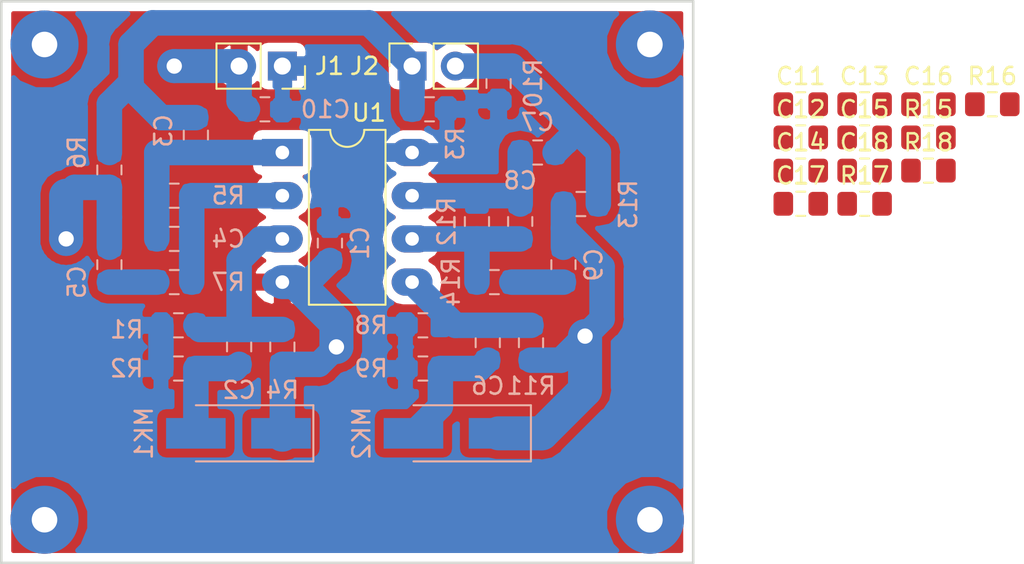
<source format=kicad_pcb>
(kicad_pcb (version 20171130) (host pcbnew "(5.0.2)-1")

  (general
    (thickness 1.6)
    (drawings 4)
    (tracks 88)
    (zones 0)
    (modules 41)
    (nets 25)
  )

  (page A4)
  (layers
    (0 F.Cu signal)
    (31 B.Cu signal)
    (32 B.Adhes user)
    (33 F.Adhes user)
    (34 B.Paste user)
    (35 F.Paste user)
    (36 B.SilkS user)
    (37 F.SilkS user)
    (38 B.Mask user)
    (39 F.Mask user)
    (40 Dwgs.User user)
    (41 Cmts.User user)
    (42 Eco1.User user)
    (43 Eco2.User user)
    (44 Edge.Cuts user)
    (45 Margin user)
    (46 B.CrtYd user)
    (47 F.CrtYd user)
    (48 B.Fab user hide)
    (49 F.Fab user hide)
  )

  (setup
    (last_trace_width 0.5)
    (user_trace_width 0.5)
    (user_trace_width 0.75)
    (user_trace_width 1)
    (user_trace_width 1.25)
    (user_trace_width 1.5)
    (user_trace_width 1.75)
    (user_trace_width 2)
    (user_trace_width 2.5)
    (trace_clearance 0.2)
    (zone_clearance 0.508)
    (zone_45_only no)
    (trace_min 0.5)
    (segment_width 0.2)
    (edge_width 0.15)
    (via_size 2)
    (via_drill 0.9)
    (via_min_size 2)
    (via_min_drill 0.3)
    (user_via 2 0.9)
    (user_via 4 1.5)
    (uvia_size 0.3)
    (uvia_drill 0.1)
    (uvias_allowed no)
    (uvia_min_size 0.2)
    (uvia_min_drill 0.1)
    (pcb_text_width 0.3)
    (pcb_text_size 1.5 1.5)
    (mod_edge_width 0.15)
    (mod_text_size 1 1)
    (mod_text_width 0.15)
    (pad_size 1.524 1.524)
    (pad_drill 0.762)
    (pad_to_mask_clearance 0.051)
    (solder_mask_min_width 0.25)
    (aux_axis_origin 0 0)
    (visible_elements 7FFFF7FF)
    (pcbplotparams
      (layerselection 0x010fc_ffffffff)
      (usegerberextensions false)
      (usegerberattributes false)
      (usegerberadvancedattributes false)
      (creategerberjobfile false)
      (excludeedgelayer true)
      (linewidth 0.100000)
      (plotframeref false)
      (viasonmask false)
      (mode 1)
      (useauxorigin false)
      (hpglpennumber 1)
      (hpglpenspeed 20)
      (hpglpendiameter 15.000000)
      (psnegative false)
      (psa4output false)
      (plotreference true)
      (plotvalue true)
      (plotinvisibletext false)
      (padsonsilk false)
      (subtractmaskfromsilk false)
      (outputformat 1)
      (mirror false)
      (drillshape 1)
      (scaleselection 1)
      (outputdirectory ""))
  )

  (net 0 "")
  (net 1 +5V)
  (net 2 GND)
  (net 3 "Net-(C2-Pad1)")
  (net 4 "Net-(C2-Pad2)")
  (net 5 "Net-(C3-Pad2)")
  (net 6 /MicLeft)
  (net 7 "Net-(C4-Pad2)")
  (net 8 "Net-(C5-Pad1)")
  (net 9 "Net-(C6-Pad2)")
  (net 10 "Net-(C6-Pad1)")
  (net 11 /MicRight)
  (net 12 "Net-(C7-Pad2)")
  (net 13 "Net-(C8-Pad2)")
  (net 14 "Net-(C9-Pad1)")
  (net 15 "Net-(C4-Pad1)")
  (net 16 "Net-(C5-Pad2)")
  (net 17 "Net-(C12-Pad1)")
  (net 18 "Net-(C8-Pad1)")
  (net 19 "Net-(C11-Pad1)")
  (net 20 "Net-(C11-Pad2)")
  (net 21 "Net-(C12-Pad2)")
  (net 22 "Net-(C13-Pad1)")
  (net 23 "Net-(C15-Pad1)")
  (net 24 "Net-(C17-Pad1)")

  (net_class Default "To jest domyślna klasa połączeń."
    (clearance 0.2)
    (trace_width 0.5)
    (via_dia 2)
    (via_drill 0.9)
    (uvia_dia 0.3)
    (uvia_drill 0.1)
    (diff_pair_gap 0.25)
    (diff_pair_width 2)
    (add_net +5V)
    (add_net /MicLeft)
    (add_net /MicRight)
    (add_net GND)
    (add_net "Net-(C11-Pad1)")
    (add_net "Net-(C11-Pad2)")
    (add_net "Net-(C12-Pad1)")
    (add_net "Net-(C12-Pad2)")
    (add_net "Net-(C13-Pad1)")
    (add_net "Net-(C15-Pad1)")
    (add_net "Net-(C17-Pad1)")
    (add_net "Net-(C2-Pad1)")
    (add_net "Net-(C2-Pad2)")
    (add_net "Net-(C3-Pad2)")
    (add_net "Net-(C4-Pad1)")
    (add_net "Net-(C4-Pad2)")
    (add_net "Net-(C5-Pad1)")
    (add_net "Net-(C5-Pad2)")
    (add_net "Net-(C6-Pad1)")
    (add_net "Net-(C6-Pad2)")
    (add_net "Net-(C7-Pad2)")
    (add_net "Net-(C8-Pad1)")
    (add_net "Net-(C8-Pad2)")
    (add_net "Net-(C9-Pad1)")
  )

  (module Resistor_SMD:R_0805_2012Metric_Pad1.15x1.40mm_HandSolder (layer B.Cu) (tedit 5B36C52B) (tstamp 5D9F9044)
    (at 54.61 48.015 270)
    (descr "Resistor SMD 0805 (2012 Metric), square (rectangular) end terminal, IPC_7351 nominal with elongated pad for handsoldering. (Body size source: https://docs.google.com/spreadsheets/d/1BsfQQcO9C6DZCsRaXUlFlo91Tg2WpOkGARC1WS5S8t0/edit?usp=sharing), generated with kicad-footprint-generator")
    (tags "resistor handsolder")
    (path /5DA72D2D)
    (attr smd)
    (fp_text reference R6 (at -1.025 1.905 270) (layer B.SilkS)
      (effects (font (size 1 1) (thickness 0.15)) (justify mirror))
    )
    (fp_text value 90k (at -2.803 1.524 270) (layer B.Fab)
      (effects (font (size 1 1) (thickness 0.15)) (justify mirror))
    )
    (fp_text user %R (at 0 0 270) (layer B.Fab)
      (effects (font (size 0.5 0.5) (thickness 0.08)) (justify mirror))
    )
    (fp_line (start 1.85 -0.95) (end -1.85 -0.95) (layer B.CrtYd) (width 0.05))
    (fp_line (start 1.85 0.95) (end 1.85 -0.95) (layer B.CrtYd) (width 0.05))
    (fp_line (start -1.85 0.95) (end 1.85 0.95) (layer B.CrtYd) (width 0.05))
    (fp_line (start -1.85 -0.95) (end -1.85 0.95) (layer B.CrtYd) (width 0.05))
    (fp_line (start -0.261252 -0.71) (end 0.261252 -0.71) (layer B.SilkS) (width 0.12))
    (fp_line (start -0.261252 0.71) (end 0.261252 0.71) (layer B.SilkS) (width 0.12))
    (fp_line (start 1 -0.6) (end -1 -0.6) (layer B.Fab) (width 0.1))
    (fp_line (start 1 0.6) (end 1 -0.6) (layer B.Fab) (width 0.1))
    (fp_line (start -1 0.6) (end 1 0.6) (layer B.Fab) (width 0.1))
    (fp_line (start -1 -0.6) (end -1 0.6) (layer B.Fab) (width 0.1))
    (pad 2 smd roundrect (at 1.025 0 270) (size 1.15 1.4) (layers B.Cu B.Paste B.Mask) (roundrect_rratio 0.217391)
      (net 16 "Net-(C5-Pad2)"))
    (pad 1 smd roundrect (at -1.025 0 270) (size 1.15 1.4) (layers B.Cu B.Paste B.Mask) (roundrect_rratio 0.217391)
      (net 5 "Net-(C3-Pad2)"))
    (model ${KISYS3DMOD}/Resistor_SMD.3dshapes/R_0805_2012Metric.wrl
      (at (xyz 0 0 0))
      (scale (xyz 1 1 1))
      (rotate (xyz 0 0 0))
    )
  )

  (module Resistor_SMD:R_0805_2012Metric_Pad1.15x1.40mm_HandSolder (layer B.Cu) (tedit 5B36C52B) (tstamp 5DA03197)
    (at 77.47 42.935 90)
    (descr "Resistor SMD 0805 (2012 Metric), square (rectangular) end terminal, IPC_7351 nominal with elongated pad for handsoldering. (Body size source: https://docs.google.com/spreadsheets/d/1BsfQQcO9C6DZCsRaXUlFlo91Tg2WpOkGARC1WS5S8t0/edit?usp=sharing), generated with kicad-footprint-generator")
    (tags "resistor handsolder")
    (path /5D951FAF)
    (attr smd)
    (fp_text reference R10 (at 0.009 2.032 270) (layer B.SilkS)
      (effects (font (size 1 1) (thickness 0.15)) (justify mirror))
    )
    (fp_text value 100k (at 0 -1.65 90) (layer B.Fab)
      (effects (font (size 1 1) (thickness 0.15)) (justify mirror))
    )
    (fp_text user %R (at 0 0 90) (layer B.Fab)
      (effects (font (size 0.5 0.5) (thickness 0.08)) (justify mirror))
    )
    (fp_line (start 1.85 -0.95) (end -1.85 -0.95) (layer B.CrtYd) (width 0.05))
    (fp_line (start 1.85 0.95) (end 1.85 -0.95) (layer B.CrtYd) (width 0.05))
    (fp_line (start -1.85 0.95) (end 1.85 0.95) (layer B.CrtYd) (width 0.05))
    (fp_line (start -1.85 -0.95) (end -1.85 0.95) (layer B.CrtYd) (width 0.05))
    (fp_line (start -0.261252 -0.71) (end 0.261252 -0.71) (layer B.SilkS) (width 0.12))
    (fp_line (start -0.261252 0.71) (end 0.261252 0.71) (layer B.SilkS) (width 0.12))
    (fp_line (start 1 -0.6) (end -1 -0.6) (layer B.Fab) (width 0.1))
    (fp_line (start 1 0.6) (end 1 -0.6) (layer B.Fab) (width 0.1))
    (fp_line (start -1 0.6) (end 1 0.6) (layer B.Fab) (width 0.1))
    (fp_line (start -1 -0.6) (end -1 0.6) (layer B.Fab) (width 0.1))
    (pad 2 smd roundrect (at 1.025 0 90) (size 1.15 1.4) (layers B.Cu B.Paste B.Mask) (roundrect_rratio 0.217391)
      (net 11 /MicRight))
    (pad 1 smd roundrect (at -1.025 0 90) (size 1.15 1.4) (layers B.Cu B.Paste B.Mask) (roundrect_rratio 0.217391)
      (net 1 +5V))
    (model ${KISYS3DMOD}/Resistor_SMD.3dshapes/R_0805_2012Metric.wrl
      (at (xyz 0 0 0))
      (scale (xyz 1 1 1))
      (rotate (xyz 0 0 0))
    )
  )

  (module Capacitor_SMD:C_0805_2012Metric_Pad1.15x1.40mm_HandSolder (layer B.Cu) (tedit 5B36C52B) (tstamp 5D9F8F1D)
    (at 76.835 58.175 270)
    (descr "Capacitor SMD 0805 (2012 Metric), square (rectangular) end terminal, IPC_7351 nominal with elongated pad for handsoldering. (Body size source: https://docs.google.com/spreadsheets/d/1BsfQQcO9C6DZCsRaXUlFlo91Tg2WpOkGARC1WS5S8t0/edit?usp=sharing), generated with kicad-footprint-generator")
    (tags "capacitor handsolder")
    (path /5D951FCB)
    (attr smd)
    (fp_text reference C6 (at 2.54 0) (layer B.SilkS)
      (effects (font (size 1 1) (thickness 0.15)) (justify mirror))
    )
    (fp_text value 1u (at 0 -1.65 270) (layer B.Fab)
      (effects (font (size 1 1) (thickness 0.15)) (justify mirror))
    )
    (fp_text user %R (at 0 0 270) (layer B.Fab)
      (effects (font (size 0.5 0.5) (thickness 0.08)) (justify mirror))
    )
    (fp_line (start 1.85 -0.95) (end -1.85 -0.95) (layer B.CrtYd) (width 0.05))
    (fp_line (start 1.85 0.95) (end 1.85 -0.95) (layer B.CrtYd) (width 0.05))
    (fp_line (start -1.85 0.95) (end 1.85 0.95) (layer B.CrtYd) (width 0.05))
    (fp_line (start -1.85 -0.95) (end -1.85 0.95) (layer B.CrtYd) (width 0.05))
    (fp_line (start -0.261252 -0.71) (end 0.261252 -0.71) (layer B.SilkS) (width 0.12))
    (fp_line (start -0.261252 0.71) (end 0.261252 0.71) (layer B.SilkS) (width 0.12))
    (fp_line (start 1 -0.6) (end -1 -0.6) (layer B.Fab) (width 0.1))
    (fp_line (start 1 0.6) (end 1 -0.6) (layer B.Fab) (width 0.1))
    (fp_line (start -1 0.6) (end 1 0.6) (layer B.Fab) (width 0.1))
    (fp_line (start -1 -0.6) (end -1 0.6) (layer B.Fab) (width 0.1))
    (pad 2 smd roundrect (at 1.025 0 270) (size 1.15 1.4) (layers B.Cu B.Paste B.Mask) (roundrect_rratio 0.217391)
      (net 9 "Net-(C6-Pad2)"))
    (pad 1 smd roundrect (at -1.025 0 270) (size 1.15 1.4) (layers B.Cu B.Paste B.Mask) (roundrect_rratio 0.217391)
      (net 10 "Net-(C6-Pad1)"))
    (model ${KISYS3DMOD}/Capacitor_SMD.3dshapes/C_0805_2012Metric.wrl
      (at (xyz 0 0 0))
      (scale (xyz 1 1 1))
      (rotate (xyz 0 0 0))
    )
  )

  (module Capacitor_SMD:C_0805_2012Metric_Pad1.15x1.40mm_HandSolder (layer B.Cu) (tedit 5B36C52B) (tstamp 5DA56BD7)
    (at 67.564 52.315 90)
    (descr "Capacitor SMD 0805 (2012 Metric), square (rectangular) end terminal, IPC_7351 nominal with elongated pad for handsoldering. (Body size source: https://docs.google.com/spreadsheets/d/1BsfQQcO9C6DZCsRaXUlFlo91Tg2WpOkGARC1WS5S8t0/edit?usp=sharing), generated with kicad-footprint-generator")
    (tags "capacitor handsolder")
    (path /5D934145)
    (attr smd)
    (fp_text reference C1 (at 0 1.778 270) (layer B.SilkS)
      (effects (font (size 1 1) (thickness 0.15)) (justify mirror))
    )
    (fp_text value 10u (at 0 -1.65 90) (layer B.Fab)
      (effects (font (size 1 1) (thickness 0.15)) (justify mirror))
    )
    (fp_text user %R (at 0 0 90) (layer B.Fab)
      (effects (font (size 0.5 0.5) (thickness 0.08)) (justify mirror))
    )
    (fp_line (start 1.85 -0.95) (end -1.85 -0.95) (layer B.CrtYd) (width 0.05))
    (fp_line (start 1.85 0.95) (end 1.85 -0.95) (layer B.CrtYd) (width 0.05))
    (fp_line (start -1.85 0.95) (end 1.85 0.95) (layer B.CrtYd) (width 0.05))
    (fp_line (start -1.85 -0.95) (end -1.85 0.95) (layer B.CrtYd) (width 0.05))
    (fp_line (start -0.261252 -0.71) (end 0.261252 -0.71) (layer B.SilkS) (width 0.12))
    (fp_line (start -0.261252 0.71) (end 0.261252 0.71) (layer B.SilkS) (width 0.12))
    (fp_line (start 1 -0.6) (end -1 -0.6) (layer B.Fab) (width 0.1))
    (fp_line (start 1 0.6) (end 1 -0.6) (layer B.Fab) (width 0.1))
    (fp_line (start -1 0.6) (end 1 0.6) (layer B.Fab) (width 0.1))
    (fp_line (start -1 -0.6) (end -1 0.6) (layer B.Fab) (width 0.1))
    (pad 2 smd roundrect (at 1.025 0 90) (size 1.15 1.4) (layers B.Cu B.Paste B.Mask) (roundrect_rratio 0.217391)
      (net 1 +5V))
    (pad 1 smd roundrect (at -1.025 0 90) (size 1.15 1.4) (layers B.Cu B.Paste B.Mask) (roundrect_rratio 0.217391)
      (net 2 GND))
    (model ${KISYS3DMOD}/Capacitor_SMD.3dshapes/C_0805_2012Metric.wrl
      (at (xyz 0 0 0))
      (scale (xyz 1 1 1))
      (rotate (xyz 0 0 0))
    )
  )

  (module Capacitor_SMD:C_0805_2012Metric_Pad1.15x1.40mm_HandSolder (layer B.Cu) (tedit 5B36C52B) (tstamp 5D9F8ED9)
    (at 62.23 58.42 270)
    (descr "Capacitor SMD 0805 (2012 Metric), square (rectangular) end terminal, IPC_7351 nominal with elongated pad for handsoldering. (Body size source: https://docs.google.com/spreadsheets/d/1BsfQQcO9C6DZCsRaXUlFlo91Tg2WpOkGARC1WS5S8t0/edit?usp=sharing), generated with kicad-footprint-generator")
    (tags "capacitor handsolder")
    (path /5DA72CC1)
    (attr smd)
    (fp_text reference C2 (at 2.54 0) (layer B.SilkS)
      (effects (font (size 1 1) (thickness 0.15)) (justify mirror))
    )
    (fp_text value 1u (at 0 -1.65 270) (layer B.Fab)
      (effects (font (size 1 1) (thickness 0.15)) (justify mirror))
    )
    (fp_line (start -1 -0.6) (end -1 0.6) (layer B.Fab) (width 0.1))
    (fp_line (start -1 0.6) (end 1 0.6) (layer B.Fab) (width 0.1))
    (fp_line (start 1 0.6) (end 1 -0.6) (layer B.Fab) (width 0.1))
    (fp_line (start 1 -0.6) (end -1 -0.6) (layer B.Fab) (width 0.1))
    (fp_line (start -0.261252 0.71) (end 0.261252 0.71) (layer B.SilkS) (width 0.12))
    (fp_line (start -0.261252 -0.71) (end 0.261252 -0.71) (layer B.SilkS) (width 0.12))
    (fp_line (start -1.85 -0.95) (end -1.85 0.95) (layer B.CrtYd) (width 0.05))
    (fp_line (start -1.85 0.95) (end 1.85 0.95) (layer B.CrtYd) (width 0.05))
    (fp_line (start 1.85 0.95) (end 1.85 -0.95) (layer B.CrtYd) (width 0.05))
    (fp_line (start 1.85 -0.95) (end -1.85 -0.95) (layer B.CrtYd) (width 0.05))
    (fp_text user %R (at 0 0 270) (layer B.Fab)
      (effects (font (size 0.5 0.5) (thickness 0.08)) (justify mirror))
    )
    (pad 1 smd roundrect (at -1.025 0 270) (size 1.15 1.4) (layers B.Cu B.Paste B.Mask) (roundrect_rratio 0.217391)
      (net 3 "Net-(C2-Pad1)"))
    (pad 2 smd roundrect (at 1.025 0 270) (size 1.15 1.4) (layers B.Cu B.Paste B.Mask) (roundrect_rratio 0.217391)
      (net 4 "Net-(C2-Pad2)"))
    (model ${KISYS3DMOD}/Capacitor_SMD.3dshapes/C_0805_2012Metric.wrl
      (at (xyz 0 0 0))
      (scale (xyz 1 1 1))
      (rotate (xyz 0 0 0))
    )
  )

  (module Capacitor_SMD:C_0805_2012Metric_Pad1.15x1.40mm_HandSolder (layer B.Cu) (tedit 5B36C52B) (tstamp 5DA02C0E)
    (at 59.69 45.965 270)
    (descr "Capacitor SMD 0805 (2012 Metric), square (rectangular) end terminal, IPC_7351 nominal with elongated pad for handsoldering. (Body size source: https://docs.google.com/spreadsheets/d/1BsfQQcO9C6DZCsRaXUlFlo91Tg2WpOkGARC1WS5S8t0/edit?usp=sharing), generated with kicad-footprint-generator")
    (tags "capacitor handsolder")
    (path /5DA72CC8)
    (attr smd)
    (fp_text reference C3 (at -0.245 1.905 270) (layer B.SilkS)
      (effects (font (size 1 1) (thickness 0.15)) (justify mirror))
    )
    (fp_text value 1u (at 0 -1.65 270) (layer B.Fab)
      (effects (font (size 1 1) (thickness 0.15)) (justify mirror))
    )
    (fp_line (start -1 -0.6) (end -1 0.6) (layer B.Fab) (width 0.1))
    (fp_line (start -1 0.6) (end 1 0.6) (layer B.Fab) (width 0.1))
    (fp_line (start 1 0.6) (end 1 -0.6) (layer B.Fab) (width 0.1))
    (fp_line (start 1 -0.6) (end -1 -0.6) (layer B.Fab) (width 0.1))
    (fp_line (start -0.261252 0.71) (end 0.261252 0.71) (layer B.SilkS) (width 0.12))
    (fp_line (start -0.261252 -0.71) (end 0.261252 -0.71) (layer B.SilkS) (width 0.12))
    (fp_line (start -1.85 -0.95) (end -1.85 0.95) (layer B.CrtYd) (width 0.05))
    (fp_line (start -1.85 0.95) (end 1.85 0.95) (layer B.CrtYd) (width 0.05))
    (fp_line (start 1.85 0.95) (end 1.85 -0.95) (layer B.CrtYd) (width 0.05))
    (fp_line (start 1.85 -0.95) (end -1.85 -0.95) (layer B.CrtYd) (width 0.05))
    (fp_text user %R (at 0 0 270) (layer B.Fab)
      (effects (font (size 0.5 0.5) (thickness 0.08)) (justify mirror))
    )
    (pad 1 smd roundrect (at -1.025 0 270) (size 1.15 1.4) (layers B.Cu B.Paste B.Mask) (roundrect_rratio 0.217391)
      (net 6 /MicLeft))
    (pad 2 smd roundrect (at 1.025 0 270) (size 1.15 1.4) (layers B.Cu B.Paste B.Mask) (roundrect_rratio 0.217391)
      (net 5 "Net-(C3-Pad2)"))
    (model ${KISYS3DMOD}/Capacitor_SMD.3dshapes/C_0805_2012Metric.wrl
      (at (xyz 0 0 0))
      (scale (xyz 1 1 1))
      (rotate (xyz 0 0 0))
    )
  )

  (module Capacitor_SMD:C_0805_2012Metric_Pad1.15x1.40mm_HandSolder (layer B.Cu) (tedit 5B36C52B) (tstamp 5D9F8EFB)
    (at 58.42 52.07)
    (descr "Capacitor SMD 0805 (2012 Metric), square (rectangular) end terminal, IPC_7351 nominal with elongated pad for handsoldering. (Body size source: https://docs.google.com/spreadsheets/d/1BsfQQcO9C6DZCsRaXUlFlo91Tg2WpOkGARC1WS5S8t0/edit?usp=sharing), generated with kicad-footprint-generator")
    (tags "capacitor handsolder")
    (path /5DA72D6F)
    (attr smd)
    (fp_text reference C4 (at 3.175 0) (layer B.SilkS)
      (effects (font (size 1 1) (thickness 0.15)) (justify mirror))
    )
    (fp_text value 40p (at 0 -1.65) (layer B.Fab)
      (effects (font (size 1 1) (thickness 0.15)) (justify mirror))
    )
    (fp_text user %R (at 0 0) (layer B.Fab)
      (effects (font (size 0.5 0.5) (thickness 0.08)) (justify mirror))
    )
    (fp_line (start 1.85 -0.95) (end -1.85 -0.95) (layer B.CrtYd) (width 0.05))
    (fp_line (start 1.85 0.95) (end 1.85 -0.95) (layer B.CrtYd) (width 0.05))
    (fp_line (start -1.85 0.95) (end 1.85 0.95) (layer B.CrtYd) (width 0.05))
    (fp_line (start -1.85 -0.95) (end -1.85 0.95) (layer B.CrtYd) (width 0.05))
    (fp_line (start -0.261252 -0.71) (end 0.261252 -0.71) (layer B.SilkS) (width 0.12))
    (fp_line (start -0.261252 0.71) (end 0.261252 0.71) (layer B.SilkS) (width 0.12))
    (fp_line (start 1 -0.6) (end -1 -0.6) (layer B.Fab) (width 0.1))
    (fp_line (start 1 0.6) (end 1 -0.6) (layer B.Fab) (width 0.1))
    (fp_line (start -1 0.6) (end 1 0.6) (layer B.Fab) (width 0.1))
    (fp_line (start -1 -0.6) (end -1 0.6) (layer B.Fab) (width 0.1))
    (pad 2 smd roundrect (at 1.025 0) (size 1.15 1.4) (layers B.Cu B.Paste B.Mask) (roundrect_rratio 0.217391)
      (net 7 "Net-(C4-Pad2)"))
    (pad 1 smd roundrect (at -1.025 0) (size 1.15 1.4) (layers B.Cu B.Paste B.Mask) (roundrect_rratio 0.217391)
      (net 15 "Net-(C4-Pad1)"))
    (model ${KISYS3DMOD}/Capacitor_SMD.3dshapes/C_0805_2012Metric.wrl
      (at (xyz 0 0 0))
      (scale (xyz 1 1 1))
      (rotate (xyz 0 0 0))
    )
  )

  (module Capacitor_SMD:C_0805_2012Metric_Pad1.15x1.40mm_HandSolder (layer B.Cu) (tedit 5B36C52B) (tstamp 5D9F8F0C)
    (at 54.61 53.585 90)
    (descr "Capacitor SMD 0805 (2012 Metric), square (rectangular) end terminal, IPC_7351 nominal with elongated pad for handsoldering. (Body size source: https://docs.google.com/spreadsheets/d/1BsfQQcO9C6DZCsRaXUlFlo91Tg2WpOkGARC1WS5S8t0/edit?usp=sharing), generated with kicad-footprint-generator")
    (tags "capacitor handsolder")
    (path /5DA72D3B)
    (attr smd)
    (fp_text reference C5 (at -1.025 -1.905 90) (layer B.SilkS)
      (effects (font (size 1 1) (thickness 0.15)) (justify mirror))
    )
    (fp_text value 40p (at 0 -1.65 90) (layer B.Fab)
      (effects (font (size 1 1) (thickness 0.15)) (justify mirror))
    )
    (fp_line (start -1 -0.6) (end -1 0.6) (layer B.Fab) (width 0.1))
    (fp_line (start -1 0.6) (end 1 0.6) (layer B.Fab) (width 0.1))
    (fp_line (start 1 0.6) (end 1 -0.6) (layer B.Fab) (width 0.1))
    (fp_line (start 1 -0.6) (end -1 -0.6) (layer B.Fab) (width 0.1))
    (fp_line (start -0.261252 0.71) (end 0.261252 0.71) (layer B.SilkS) (width 0.12))
    (fp_line (start -0.261252 -0.71) (end 0.261252 -0.71) (layer B.SilkS) (width 0.12))
    (fp_line (start -1.85 -0.95) (end -1.85 0.95) (layer B.CrtYd) (width 0.05))
    (fp_line (start -1.85 0.95) (end 1.85 0.95) (layer B.CrtYd) (width 0.05))
    (fp_line (start 1.85 0.95) (end 1.85 -0.95) (layer B.CrtYd) (width 0.05))
    (fp_line (start 1.85 -0.95) (end -1.85 -0.95) (layer B.CrtYd) (width 0.05))
    (fp_text user %R (at 0 0 90) (layer B.Fab)
      (effects (font (size 0.5 0.5) (thickness 0.08)) (justify mirror))
    )
    (pad 1 smd roundrect (at -1.025 0 90) (size 1.15 1.4) (layers B.Cu B.Paste B.Mask) (roundrect_rratio 0.217391)
      (net 5 "Net-(C3-Pad2)"))
    (pad 2 smd roundrect (at 1.025 0 90) (size 1.15 1.4) (layers B.Cu B.Paste B.Mask) (roundrect_rratio 0.217391)
      (net 16 "Net-(C5-Pad2)"))
    (model ${KISYS3DMOD}/Capacitor_SMD.3dshapes/C_0805_2012Metric.wrl
      (at (xyz 0 0 0))
      (scale (xyz 1 1 1))
      (rotate (xyz 0 0 0))
    )
  )

  (module Capacitor_SMD:C_0805_2012Metric_Pad1.15x1.40mm_HandSolder (layer B.Cu) (tedit 5B36C52B) (tstamp 5DA06A26)
    (at 79.765 46.99 180)
    (descr "Capacitor SMD 0805 (2012 Metric), square (rectangular) end terminal, IPC_7351 nominal with elongated pad for handsoldering. (Body size source: https://docs.google.com/spreadsheets/d/1BsfQQcO9C6DZCsRaXUlFlo91Tg2WpOkGARC1WS5S8t0/edit?usp=sharing), generated with kicad-footprint-generator")
    (tags "capacitor handsolder")
    (path /5D951FE0)
    (attr smd)
    (fp_text reference C7 (at 0.009 1.778 180) (layer B.SilkS)
      (effects (font (size 1 1) (thickness 0.15)) (justify mirror))
    )
    (fp_text value 1u (at 0 -1.65 180) (layer B.Fab)
      (effects (font (size 1 1) (thickness 0.15)) (justify mirror))
    )
    (fp_line (start -1 -0.6) (end -1 0.6) (layer B.Fab) (width 0.1))
    (fp_line (start -1 0.6) (end 1 0.6) (layer B.Fab) (width 0.1))
    (fp_line (start 1 0.6) (end 1 -0.6) (layer B.Fab) (width 0.1))
    (fp_line (start 1 -0.6) (end -1 -0.6) (layer B.Fab) (width 0.1))
    (fp_line (start -0.261252 0.71) (end 0.261252 0.71) (layer B.SilkS) (width 0.12))
    (fp_line (start -0.261252 -0.71) (end 0.261252 -0.71) (layer B.SilkS) (width 0.12))
    (fp_line (start -1.85 -0.95) (end -1.85 0.95) (layer B.CrtYd) (width 0.05))
    (fp_line (start -1.85 0.95) (end 1.85 0.95) (layer B.CrtYd) (width 0.05))
    (fp_line (start 1.85 0.95) (end 1.85 -0.95) (layer B.CrtYd) (width 0.05))
    (fp_line (start 1.85 -0.95) (end -1.85 -0.95) (layer B.CrtYd) (width 0.05))
    (fp_text user %R (at 0 0 180) (layer B.Fab)
      (effects (font (size 0.5 0.5) (thickness 0.08)) (justify mirror))
    )
    (pad 1 smd roundrect (at -1.025 0 180) (size 1.15 1.4) (layers B.Cu B.Paste B.Mask) (roundrect_rratio 0.217391)
      (net 11 /MicRight))
    (pad 2 smd roundrect (at 1.025 0 180) (size 1.15 1.4) (layers B.Cu B.Paste B.Mask) (roundrect_rratio 0.217391)
      (net 17 "Net-(C12-Pad1)"))
    (model ${KISYS3DMOD}/Capacitor_SMD.3dshapes/C_0805_2012Metric.wrl
      (at (xyz 0 0 0))
      (scale (xyz 1 1 1))
      (rotate (xyz 0 0 0))
    )
  )

  (module Capacitor_SMD:C_0805_2012Metric_Pad1.15x1.40mm_HandSolder (layer B.Cu) (tedit 5B36C52B) (tstamp 5D9F8F3F)
    (at 78.74 51.045 270)
    (descr "Capacitor SMD 0805 (2012 Metric), square (rectangular) end terminal, IPC_7351 nominal with elongated pad for handsoldering. (Body size source: https://docs.google.com/spreadsheets/d/1BsfQQcO9C6DZCsRaXUlFlo91Tg2WpOkGARC1WS5S8t0/edit?usp=sharing), generated with kicad-footprint-generator")
    (tags "capacitor handsolder")
    (path /5DA72D68)
    (attr smd)
    (fp_text reference C8 (at -2.404 0 180) (layer B.SilkS)
      (effects (font (size 1 1) (thickness 0.15)) (justify mirror))
    )
    (fp_text value 1u (at 0 -1.65 270) (layer B.Fab)
      (effects (font (size 1 1) (thickness 0.15)) (justify mirror))
    )
    (fp_text user %R (at 0 0 270) (layer B.Fab)
      (effects (font (size 0.5 0.5) (thickness 0.08)) (justify mirror))
    )
    (fp_line (start 1.85 -0.95) (end -1.85 -0.95) (layer B.CrtYd) (width 0.05))
    (fp_line (start 1.85 0.95) (end 1.85 -0.95) (layer B.CrtYd) (width 0.05))
    (fp_line (start -1.85 0.95) (end 1.85 0.95) (layer B.CrtYd) (width 0.05))
    (fp_line (start -1.85 -0.95) (end -1.85 0.95) (layer B.CrtYd) (width 0.05))
    (fp_line (start -0.261252 -0.71) (end 0.261252 -0.71) (layer B.SilkS) (width 0.12))
    (fp_line (start -0.261252 0.71) (end 0.261252 0.71) (layer B.SilkS) (width 0.12))
    (fp_line (start 1 -0.6) (end -1 -0.6) (layer B.Fab) (width 0.1))
    (fp_line (start 1 0.6) (end 1 -0.6) (layer B.Fab) (width 0.1))
    (fp_line (start -1 0.6) (end 1 0.6) (layer B.Fab) (width 0.1))
    (fp_line (start -1 -0.6) (end -1 0.6) (layer B.Fab) (width 0.1))
    (pad 2 smd roundrect (at 1.025 0 270) (size 1.15 1.4) (layers B.Cu B.Paste B.Mask) (roundrect_rratio 0.217391)
      (net 2 GND))
    (pad 1 smd roundrect (at -1.025 0 270) (size 1.15 1.4) (layers B.Cu B.Paste B.Mask) (roundrect_rratio 0.217391)
      (net 18 "Net-(C8-Pad1)"))
    (model ${KISYS3DMOD}/Capacitor_SMD.3dshapes/C_0805_2012Metric.wrl
      (at (xyz 0 0 0))
      (scale (xyz 1 1 1))
      (rotate (xyz 0 0 0))
    )
  )

  (module Capacitor_SMD:C_0805_2012Metric_Pad1.15x1.40mm_HandSolder (layer B.Cu) (tedit 5B36C52B) (tstamp 5D9F8F50)
    (at 81.28 53.585 90)
    (descr "Capacitor SMD 0805 (2012 Metric), square (rectangular) end terminal, IPC_7351 nominal with elongated pad for handsoldering. (Body size source: https://docs.google.com/spreadsheets/d/1BsfQQcO9C6DZCsRaXUlFlo91Tg2WpOkGARC1WS5S8t0/edit?usp=sharing), generated with kicad-footprint-generator")
    (tags "capacitor handsolder")
    (path /5D9C80D3)
    (attr smd)
    (fp_text reference C9 (at -0.009 1.778 90) (layer B.SilkS)
      (effects (font (size 1 1) (thickness 0.15)) (justify mirror))
    )
    (fp_text value 1u (at 0 -1.65 90) (layer B.Fab)
      (effects (font (size 1 1) (thickness 0.15)) (justify mirror))
    )
    (fp_line (start -1 -0.6) (end -1 0.6) (layer B.Fab) (width 0.1))
    (fp_line (start -1 0.6) (end 1 0.6) (layer B.Fab) (width 0.1))
    (fp_line (start 1 0.6) (end 1 -0.6) (layer B.Fab) (width 0.1))
    (fp_line (start 1 -0.6) (end -1 -0.6) (layer B.Fab) (width 0.1))
    (fp_line (start -0.261252 0.71) (end 0.261252 0.71) (layer B.SilkS) (width 0.12))
    (fp_line (start -0.261252 -0.71) (end 0.261252 -0.71) (layer B.SilkS) (width 0.12))
    (fp_line (start -1.85 -0.95) (end -1.85 0.95) (layer B.CrtYd) (width 0.05))
    (fp_line (start -1.85 0.95) (end 1.85 0.95) (layer B.CrtYd) (width 0.05))
    (fp_line (start 1.85 0.95) (end 1.85 -0.95) (layer B.CrtYd) (width 0.05))
    (fp_line (start 1.85 -0.95) (end -1.85 -0.95) (layer B.CrtYd) (width 0.05))
    (fp_text user %R (at 0 0 90) (layer B.Fab)
      (effects (font (size 0.5 0.5) (thickness 0.08)) (justify mirror))
    )
    (pad 1 smd roundrect (at -1.025 0 90) (size 1.15 1.4) (layers B.Cu B.Paste B.Mask) (roundrect_rratio 0.217391)
      (net 18 "Net-(C8-Pad1)"))
    (pad 2 smd roundrect (at 1.025 0 90) (size 1.15 1.4) (layers B.Cu B.Paste B.Mask) (roundrect_rratio 0.217391)
      (net 2 GND))
    (model ${KISYS3DMOD}/Capacitor_SMD.3dshapes/C_0805_2012Metric.wrl
      (at (xyz 0 0 0))
      (scale (xyz 1 1 1))
      (rotate (xyz 0 0 0))
    )
  )

  (module Connector_PinSocket_2.54mm:PinSocket_1x02_P2.54mm_Vertical (layer F.Cu) (tedit 5A19A420) (tstamp 5D9F8F98)
    (at 64.77 41.91 270)
    (descr "Through hole straight socket strip, 1x02, 2.54mm pitch, single row (from Kicad 4.0.7), script generated")
    (tags "Through hole socket strip THT 1x02 2.54mm single row")
    (path /5D95EFB8)
    (fp_text reference J1 (at 0 -2.77) (layer F.SilkS)
      (effects (font (size 1 1) (thickness 0.15)))
    )
    (fp_text value "Power - 5V" (at 0 5.31 270) (layer F.Fab)
      (effects (font (size 1 1) (thickness 0.15)))
    )
    (fp_text user %R (at 0 1.27) (layer F.Fab)
      (effects (font (size 1 1) (thickness 0.15)))
    )
    (fp_line (start -1.8 4.3) (end -1.8 -1.8) (layer F.CrtYd) (width 0.05))
    (fp_line (start 1.75 4.3) (end -1.8 4.3) (layer F.CrtYd) (width 0.05))
    (fp_line (start 1.75 -1.8) (end 1.75 4.3) (layer F.CrtYd) (width 0.05))
    (fp_line (start -1.8 -1.8) (end 1.75 -1.8) (layer F.CrtYd) (width 0.05))
    (fp_line (start 0 -1.33) (end 1.33 -1.33) (layer F.SilkS) (width 0.12))
    (fp_line (start 1.33 -1.33) (end 1.33 0) (layer F.SilkS) (width 0.12))
    (fp_line (start 1.33 1.27) (end 1.33 3.87) (layer F.SilkS) (width 0.12))
    (fp_line (start -1.33 3.87) (end 1.33 3.87) (layer F.SilkS) (width 0.12))
    (fp_line (start -1.33 1.27) (end -1.33 3.87) (layer F.SilkS) (width 0.12))
    (fp_line (start -1.33 1.27) (end 1.33 1.27) (layer F.SilkS) (width 0.12))
    (fp_line (start -1.27 3.81) (end -1.27 -1.27) (layer F.Fab) (width 0.1))
    (fp_line (start 1.27 3.81) (end -1.27 3.81) (layer F.Fab) (width 0.1))
    (fp_line (start 1.27 -0.635) (end 1.27 3.81) (layer F.Fab) (width 0.1))
    (fp_line (start 0.635 -1.27) (end 1.27 -0.635) (layer F.Fab) (width 0.1))
    (fp_line (start -1.27 -1.27) (end 0.635 -1.27) (layer F.Fab) (width 0.1))
    (pad 2 thru_hole oval (at 0 2.54 270) (size 1.7 1.7) (drill 1) (layers *.Cu *.Mask)
      (net 2 GND))
    (pad 1 thru_hole rect (at 0 0 270) (size 1.7 1.7) (drill 1) (layers *.Cu *.Mask)
      (net 1 +5V))
    (model ${KISYS3DMOD}/Connector_PinSocket_2.54mm.3dshapes/PinSocket_1x02_P2.54mm_Vertical.wrl
      (at (xyz 0 0 0))
      (scale (xyz 1 1 1))
      (rotate (xyz 0 0 0))
    )
  )

  (module Connector_PinSocket_2.54mm:PinSocket_1x02_P2.54mm_Vertical (layer F.Cu) (tedit 5A19A420) (tstamp 5D9F8FAE)
    (at 72.39 41.91 90)
    (descr "Through hole straight socket strip, 1x02, 2.54mm pitch, single row (from Kicad 4.0.7), script generated")
    (tags "Through hole socket strip THT 1x02 2.54mm single row")
    (path /5D9578CA)
    (fp_text reference J2 (at 0 -2.794 180) (layer F.SilkS)
      (effects (font (size 1 1) (thickness 0.15)))
    )
    (fp_text value "Audio - Left/Right chanel" (at 0 5.31 90) (layer F.Fab)
      (effects (font (size 1 1) (thickness 0.15)))
    )
    (fp_line (start -1.27 -1.27) (end 0.635 -1.27) (layer F.Fab) (width 0.1))
    (fp_line (start 0.635 -1.27) (end 1.27 -0.635) (layer F.Fab) (width 0.1))
    (fp_line (start 1.27 -0.635) (end 1.27 3.81) (layer F.Fab) (width 0.1))
    (fp_line (start 1.27 3.81) (end -1.27 3.81) (layer F.Fab) (width 0.1))
    (fp_line (start -1.27 3.81) (end -1.27 -1.27) (layer F.Fab) (width 0.1))
    (fp_line (start -1.33 1.27) (end 1.33 1.27) (layer F.SilkS) (width 0.12))
    (fp_line (start -1.33 1.27) (end -1.33 3.87) (layer F.SilkS) (width 0.12))
    (fp_line (start -1.33 3.87) (end 1.33 3.87) (layer F.SilkS) (width 0.12))
    (fp_line (start 1.33 1.27) (end 1.33 3.87) (layer F.SilkS) (width 0.12))
    (fp_line (start 1.33 -1.33) (end 1.33 0) (layer F.SilkS) (width 0.12))
    (fp_line (start 0 -1.33) (end 1.33 -1.33) (layer F.SilkS) (width 0.12))
    (fp_line (start -1.8 -1.8) (end 1.75 -1.8) (layer F.CrtYd) (width 0.05))
    (fp_line (start 1.75 -1.8) (end 1.75 4.3) (layer F.CrtYd) (width 0.05))
    (fp_line (start 1.75 4.3) (end -1.8 4.3) (layer F.CrtYd) (width 0.05))
    (fp_line (start -1.8 4.3) (end -1.8 -1.8) (layer F.CrtYd) (width 0.05))
    (fp_text user %R (at 0 1.27 180) (layer F.Fab)
      (effects (font (size 1 1) (thickness 0.15)))
    )
    (pad 1 thru_hole rect (at 0 0 90) (size 1.7 1.7) (drill 1) (layers *.Cu *.Mask)
      (net 6 /MicLeft))
    (pad 2 thru_hole oval (at 0 2.54 90) (size 1.7 1.7) (drill 1) (layers *.Cu *.Mask)
      (net 11 /MicRight))
    (model ${KISYS3DMOD}/Connector_PinSocket_2.54mm.3dshapes/PinSocket_1x02_P2.54mm_Vertical.wrl
      (at (xyz 0 0 0))
      (scale (xyz 1 1 1))
      (rotate (xyz 0 0 0))
    )
  )

  (module Diode_SMD:D_SMA_Handsoldering (layer B.Cu) (tedit 58643398) (tstamp 5DA05424)
    (at 62.19 63.5 180)
    (descr "Diode SMA (DO-214AC) Handsoldering")
    (tags "Diode SMA (DO-214AC) Handsoldering")
    (path /5D92E449)
    (attr smd)
    (fp_text reference MK1 (at 5.548 0 270) (layer B.SilkS)
      (effects (font (size 1 1) (thickness 0.15)) (justify mirror))
    )
    (fp_text value MicLeft (at 0 -2.6 180) (layer B.Fab)
      (effects (font (size 1 1) (thickness 0.15)) (justify mirror))
    )
    (fp_text user %R (at 0 2.5 180) (layer B.Fab)
      (effects (font (size 1 1) (thickness 0.15)) (justify mirror))
    )
    (fp_line (start -4.4 1.65) (end -4.4 -1.65) (layer B.SilkS) (width 0.12))
    (fp_line (start 2.3 -1.5) (end -2.3 -1.5) (layer B.Fab) (width 0.1))
    (fp_line (start -2.3 -1.5) (end -2.3 1.5) (layer B.Fab) (width 0.1))
    (fp_line (start 2.3 1.5) (end 2.3 -1.5) (layer B.Fab) (width 0.1))
    (fp_line (start 2.3 1.5) (end -2.3 1.5) (layer B.Fab) (width 0.1))
    (fp_line (start -4.5 1.75) (end 4.5 1.75) (layer B.CrtYd) (width 0.05))
    (fp_line (start 4.5 1.75) (end 4.5 -1.75) (layer B.CrtYd) (width 0.05))
    (fp_line (start 4.5 -1.75) (end -4.5 -1.75) (layer B.CrtYd) (width 0.05))
    (fp_line (start -4.5 -1.75) (end -4.5 1.75) (layer B.CrtYd) (width 0.05))
    (fp_line (start -0.64944 -0.00102) (end -1.55114 -0.00102) (layer B.Fab) (width 0.1))
    (fp_line (start 0.50118 -0.00102) (end 1.4994 -0.00102) (layer B.Fab) (width 0.1))
    (fp_line (start -0.64944 0.79908) (end -0.64944 -0.80112) (layer B.Fab) (width 0.1))
    (fp_line (start 0.50118 -0.75032) (end 0.50118 0.79908) (layer B.Fab) (width 0.1))
    (fp_line (start -0.64944 -0.00102) (end 0.50118 -0.75032) (layer B.Fab) (width 0.1))
    (fp_line (start -0.64944 -0.00102) (end 0.50118 0.79908) (layer B.Fab) (width 0.1))
    (fp_line (start -4.4 -1.65) (end 2.5 -1.65) (layer B.SilkS) (width 0.12))
    (fp_line (start -4.4 1.65) (end 2.5 1.65) (layer B.SilkS) (width 0.12))
    (pad 1 smd rect (at -2.5 0 180) (size 3.5 1.8) (layers B.Cu B.Paste B.Mask)
      (net 2 GND))
    (pad 2 smd rect (at 2.5 0 180) (size 3.5 1.8) (layers B.Cu B.Paste B.Mask)
      (net 4 "Net-(C2-Pad2)"))
    (model ${KISYS3DMOD}/Diode_SMD.3dshapes/D_SMA.wrl
      (at (xyz 0 0 0))
      (scale (xyz 1 1 1))
      (rotate (xyz 0 0 0))
    )
  )

  (module Diode_SMD:D_SMA_Handsoldering (layer B.Cu) (tedit 58643398) (tstamp 5D9F8FDE)
    (at 74.97 63.5 180)
    (descr "Diode SMA (DO-214AC) Handsoldering")
    (tags "Diode SMA (DO-214AC) Handsoldering")
    (path /5D951FE7)
    (attr smd)
    (fp_text reference MK2 (at 5.548 0 270) (layer B.SilkS)
      (effects (font (size 1 1) (thickness 0.15)) (justify mirror))
    )
    (fp_text value MicRight (at 0 -2.6 180) (layer B.Fab)
      (effects (font (size 1 1) (thickness 0.15)) (justify mirror))
    )
    (fp_line (start -4.4 1.65) (end 2.5 1.65) (layer B.SilkS) (width 0.12))
    (fp_line (start -4.4 -1.65) (end 2.5 -1.65) (layer B.SilkS) (width 0.12))
    (fp_line (start -0.64944 -0.00102) (end 0.50118 0.79908) (layer B.Fab) (width 0.1))
    (fp_line (start -0.64944 -0.00102) (end 0.50118 -0.75032) (layer B.Fab) (width 0.1))
    (fp_line (start 0.50118 -0.75032) (end 0.50118 0.79908) (layer B.Fab) (width 0.1))
    (fp_line (start -0.64944 0.79908) (end -0.64944 -0.80112) (layer B.Fab) (width 0.1))
    (fp_line (start 0.50118 -0.00102) (end 1.4994 -0.00102) (layer B.Fab) (width 0.1))
    (fp_line (start -0.64944 -0.00102) (end -1.55114 -0.00102) (layer B.Fab) (width 0.1))
    (fp_line (start -4.5 -1.75) (end -4.5 1.75) (layer B.CrtYd) (width 0.05))
    (fp_line (start 4.5 -1.75) (end -4.5 -1.75) (layer B.CrtYd) (width 0.05))
    (fp_line (start 4.5 1.75) (end 4.5 -1.75) (layer B.CrtYd) (width 0.05))
    (fp_line (start -4.5 1.75) (end 4.5 1.75) (layer B.CrtYd) (width 0.05))
    (fp_line (start 2.3 1.5) (end -2.3 1.5) (layer B.Fab) (width 0.1))
    (fp_line (start 2.3 1.5) (end 2.3 -1.5) (layer B.Fab) (width 0.1))
    (fp_line (start -2.3 -1.5) (end -2.3 1.5) (layer B.Fab) (width 0.1))
    (fp_line (start 2.3 -1.5) (end -2.3 -1.5) (layer B.Fab) (width 0.1))
    (fp_line (start -4.4 1.65) (end -4.4 -1.65) (layer B.SilkS) (width 0.12))
    (fp_text user %R (at 0 2.5 180) (layer B.Fab)
      (effects (font (size 1 1) (thickness 0.15)) (justify mirror))
    )
    (pad 2 smd rect (at 2.5 0 180) (size 3.5 1.8) (layers B.Cu B.Paste B.Mask)
      (net 9 "Net-(C6-Pad2)"))
    (pad 1 smd rect (at -2.5 0 180) (size 3.5 1.8) (layers B.Cu B.Paste B.Mask)
      (net 2 GND))
    (model ${KISYS3DMOD}/Diode_SMD.3dshapes/D_SMA.wrl
      (at (xyz 0 0 0))
      (scale (xyz 1 1 1))
      (rotate (xyz 0 0 0))
    )
  )

  (module Resistor_SMD:R_0805_2012Metric_Pad1.15x1.40mm_HandSolder (layer B.Cu) (tedit 5B36C52B) (tstamp 5D9F8FEF)
    (at 58.665 57.15)
    (descr "Resistor SMD 0805 (2012 Metric), square (rectangular) end terminal, IPC_7351 nominal with elongated pad for handsoldering. (Body size source: https://docs.google.com/spreadsheets/d/1BsfQQcO9C6DZCsRaXUlFlo91Tg2WpOkGARC1WS5S8t0/edit?usp=sharing), generated with kicad-footprint-generator")
    (tags "resistor handsolder")
    (path /5DA72CAC)
    (attr smd)
    (fp_text reference R1 (at -3.039 0.254) (layer B.SilkS)
      (effects (font (size 1 1) (thickness 0.15)) (justify mirror))
    )
    (fp_text value 4k7 (at 0 -1.65) (layer B.Fab)
      (effects (font (size 1 1) (thickness 0.15)) (justify mirror))
    )
    (fp_line (start -1 -0.6) (end -1 0.6) (layer B.Fab) (width 0.1))
    (fp_line (start -1 0.6) (end 1 0.6) (layer B.Fab) (width 0.1))
    (fp_line (start 1 0.6) (end 1 -0.6) (layer B.Fab) (width 0.1))
    (fp_line (start 1 -0.6) (end -1 -0.6) (layer B.Fab) (width 0.1))
    (fp_line (start -0.261252 0.71) (end 0.261252 0.71) (layer B.SilkS) (width 0.12))
    (fp_line (start -0.261252 -0.71) (end 0.261252 -0.71) (layer B.SilkS) (width 0.12))
    (fp_line (start -1.85 -0.95) (end -1.85 0.95) (layer B.CrtYd) (width 0.05))
    (fp_line (start -1.85 0.95) (end 1.85 0.95) (layer B.CrtYd) (width 0.05))
    (fp_line (start 1.85 0.95) (end 1.85 -0.95) (layer B.CrtYd) (width 0.05))
    (fp_line (start 1.85 -0.95) (end -1.85 -0.95) (layer B.CrtYd) (width 0.05))
    (fp_text user %R (at 0 0) (layer B.Fab)
      (effects (font (size 0.5 0.5) (thickness 0.08)) (justify mirror))
    )
    (pad 1 smd roundrect (at -1.025 0) (size 1.15 1.4) (layers B.Cu B.Paste B.Mask) (roundrect_rratio 0.217391)
      (net 1 +5V))
    (pad 2 smd roundrect (at 1.025 0) (size 1.15 1.4) (layers B.Cu B.Paste B.Mask) (roundrect_rratio 0.217391)
      (net 4 "Net-(C2-Pad2)"))
    (model ${KISYS3DMOD}/Resistor_SMD.3dshapes/R_0805_2012Metric.wrl
      (at (xyz 0 0 0))
      (scale (xyz 1 1 1))
      (rotate (xyz 0 0 0))
    )
  )

  (module Resistor_SMD:R_0805_2012Metric_Pad1.15x1.40mm_HandSolder (layer B.Cu) (tedit 5D92F8C6) (tstamp 5D9F9000)
    (at 58.665 59.69)
    (descr "Resistor SMD 0805 (2012 Metric), square (rectangular) end terminal, IPC_7351 nominal with elongated pad for handsoldering. (Body size source: https://docs.google.com/spreadsheets/d/1BsfQQcO9C6DZCsRaXUlFlo91Tg2WpOkGARC1WS5S8t0/edit?usp=sharing), generated with kicad-footprint-generator")
    (tags "resistor handsolder")
    (path /5DA72CEA)
    (attr smd)
    (fp_text reference R2 (at -3.039 0) (layer B.SilkS)
      (effects (font (size 1 1) (thickness 0.15)) (justify mirror))
    )
    (fp_text value 47k (at 0 -1.65) (layer B.Fab)
      (effects (font (size 1 1) (thickness 0.15)) (justify mirror))
    )
    (fp_line (start -1 -0.6) (end -1 0.6) (layer B.Fab) (width 0.1))
    (fp_line (start -1 0.6) (end 1 0.6) (layer B.Fab) (width 0.1))
    (fp_line (start 1 0.6) (end 1 -0.6) (layer B.Fab) (width 0.1))
    (fp_line (start 1 -0.6) (end -1 -0.6) (layer B.Fab) (width 0.1))
    (fp_line (start -0.261252 0.71) (end 0.261252 0.71) (layer B.SilkS) (width 0.12))
    (fp_line (start -0.261252 -0.71) (end 0.261252 -0.71) (layer B.SilkS) (width 0.12))
    (fp_line (start -1.85 -0.95) (end -1.85 0.95) (layer B.CrtYd) (width 0.05))
    (fp_line (start -1.85 0.95) (end 1.85 0.95) (layer B.CrtYd) (width 0.05))
    (fp_line (start 1.85 0.95) (end 1.85 -0.95) (layer B.CrtYd) (width 0.05))
    (fp_line (start 1.85 -0.95) (end -1.85 -0.95) (layer B.CrtYd) (width 0.05))
    (fp_text user %R (at 0 0) (layer B.Fab)
      (effects (font (size 0.5 0.5) (thickness 0.08)) (justify mirror))
    )
    (pad 1 smd roundrect (at -1.025 0) (size 1.15 1.4) (layers B.Cu B.Paste B.Mask) (roundrect_rratio 0.217391)
      (net 1 +5V))
    (pad 2 smd roundrect (at 1.025 0) (size 1.15 1.4) (layers B.Cu B.Paste B.Mask) (roundrect_rratio 0.217391)
      (net 3 "Net-(C2-Pad1)"))
    (model ${KISYS3DMOD}/Resistor_SMD.3dshapes/R_0805_2012Metric.wrl
      (at (xyz 0 0 0))
      (scale (xyz 1 1 1))
      (rotate (xyz 0 0 0))
    )
  )

  (module Resistor_SMD:R_0805_2012Metric_Pad1.15x1.40mm_HandSolder (layer B.Cu) (tedit 5B36C52B) (tstamp 5D9F9011)
    (at 73.415 44.45 180)
    (descr "Resistor SMD 0805 (2012 Metric), square (rectangular) end terminal, IPC_7351 nominal with elongated pad for handsoldering. (Body size source: https://docs.google.com/spreadsheets/d/1BsfQQcO9C6DZCsRaXUlFlo91Tg2WpOkGARC1WS5S8t0/edit?usp=sharing), generated with kicad-footprint-generator")
    (tags "resistor handsolder")
    (path /5DA72CB3)
    (attr smd)
    (fp_text reference R3 (at -1.515 -2.032 90) (layer B.SilkS)
      (effects (font (size 1 1) (thickness 0.15)) (justify mirror))
    )
    (fp_text value 100k (at 0 -1.65 180) (layer B.Fab)
      (effects (font (size 1 1) (thickness 0.15)) (justify mirror))
    )
    (fp_text user %R (at 0 0 180) (layer B.Fab)
      (effects (font (size 0.5 0.5) (thickness 0.08)) (justify mirror))
    )
    (fp_line (start 1.85 -0.95) (end -1.85 -0.95) (layer B.CrtYd) (width 0.05))
    (fp_line (start 1.85 0.95) (end 1.85 -0.95) (layer B.CrtYd) (width 0.05))
    (fp_line (start -1.85 0.95) (end 1.85 0.95) (layer B.CrtYd) (width 0.05))
    (fp_line (start -1.85 -0.95) (end -1.85 0.95) (layer B.CrtYd) (width 0.05))
    (fp_line (start -0.261252 -0.71) (end 0.261252 -0.71) (layer B.SilkS) (width 0.12))
    (fp_line (start -0.261252 0.71) (end 0.261252 0.71) (layer B.SilkS) (width 0.12))
    (fp_line (start 1 -0.6) (end -1 -0.6) (layer B.Fab) (width 0.1))
    (fp_line (start 1 0.6) (end 1 -0.6) (layer B.Fab) (width 0.1))
    (fp_line (start -1 0.6) (end 1 0.6) (layer B.Fab) (width 0.1))
    (fp_line (start -1 -0.6) (end -1 0.6) (layer B.Fab) (width 0.1))
    (pad 2 smd roundrect (at 1.025 0 180) (size 1.15 1.4) (layers B.Cu B.Paste B.Mask) (roundrect_rratio 0.217391)
      (net 6 /MicLeft))
    (pad 1 smd roundrect (at -1.025 0 180) (size 1.15 1.4) (layers B.Cu B.Paste B.Mask) (roundrect_rratio 0.217391)
      (net 1 +5V))
    (model ${KISYS3DMOD}/Resistor_SMD.3dshapes/R_0805_2012Metric.wrl
      (at (xyz 0 0 0))
      (scale (xyz 1 1 1))
      (rotate (xyz 0 0 0))
    )
  )

  (module Resistor_SMD:R_0805_2012Metric_Pad1.15x1.40mm_HandSolder (layer B.Cu) (tedit 5B36C52B) (tstamp 5D9F9022)
    (at 64.77 58.42 270)
    (descr "Resistor SMD 0805 (2012 Metric), square (rectangular) end terminal, IPC_7351 nominal with elongated pad for handsoldering. (Body size source: https://docs.google.com/spreadsheets/d/1BsfQQcO9C6DZCsRaXUlFlo91Tg2WpOkGARC1WS5S8t0/edit?usp=sharing), generated with kicad-footprint-generator")
    (tags "resistor handsolder")
    (path /5DA72CA5)
    (attr smd)
    (fp_text reference R4 (at 2.54 0) (layer B.SilkS)
      (effects (font (size 1 1) (thickness 0.15)) (justify mirror))
    )
    (fp_text value 47k (at 0 -1.65 270) (layer B.Fab)
      (effects (font (size 1 1) (thickness 0.15)) (justify mirror))
    )
    (fp_line (start -1 -0.6) (end -1 0.6) (layer B.Fab) (width 0.1))
    (fp_line (start -1 0.6) (end 1 0.6) (layer B.Fab) (width 0.1))
    (fp_line (start 1 0.6) (end 1 -0.6) (layer B.Fab) (width 0.1))
    (fp_line (start 1 -0.6) (end -1 -0.6) (layer B.Fab) (width 0.1))
    (fp_line (start -0.261252 0.71) (end 0.261252 0.71) (layer B.SilkS) (width 0.12))
    (fp_line (start -0.261252 -0.71) (end 0.261252 -0.71) (layer B.SilkS) (width 0.12))
    (fp_line (start -1.85 -0.95) (end -1.85 0.95) (layer B.CrtYd) (width 0.05))
    (fp_line (start -1.85 0.95) (end 1.85 0.95) (layer B.CrtYd) (width 0.05))
    (fp_line (start 1.85 0.95) (end 1.85 -0.95) (layer B.CrtYd) (width 0.05))
    (fp_line (start 1.85 -0.95) (end -1.85 -0.95) (layer B.CrtYd) (width 0.05))
    (fp_text user %R (at 0 0 270) (layer B.Fab)
      (effects (font (size 0.5 0.5) (thickness 0.08)) (justify mirror))
    )
    (pad 1 smd roundrect (at -1.025 0 270) (size 1.15 1.4) (layers B.Cu B.Paste B.Mask) (roundrect_rratio 0.217391)
      (net 3 "Net-(C2-Pad1)"))
    (pad 2 smd roundrect (at 1.025 0 270) (size 1.15 1.4) (layers B.Cu B.Paste B.Mask) (roundrect_rratio 0.217391)
      (net 2 GND))
    (model ${KISYS3DMOD}/Resistor_SMD.3dshapes/R_0805_2012Metric.wrl
      (at (xyz 0 0 0))
      (scale (xyz 1 1 1))
      (rotate (xyz 0 0 0))
    )
  )

  (module Resistor_SMD:R_0805_2012Metric_Pad1.15x1.40mm_HandSolder (layer B.Cu) (tedit 5B36C52B) (tstamp 5DA01EEF)
    (at 58.42 49.53)
    (descr "Resistor SMD 0805 (2012 Metric), square (rectangular) end terminal, IPC_7351 nominal with elongated pad for handsoldering. (Body size source: https://docs.google.com/spreadsheets/d/1BsfQQcO9C6DZCsRaXUlFlo91Tg2WpOkGARC1WS5S8t0/edit?usp=sharing), generated with kicad-footprint-generator")
    (tags "resistor handsolder")
    (path /5DA72D61)
    (attr smd)
    (fp_text reference R5 (at 3.175 0) (layer B.SilkS)
      (effects (font (size 1 1) (thickness 0.15)) (justify mirror))
    )
    (fp_text value 90k (at 0 -1.65) (layer B.Fab)
      (effects (font (size 1 1) (thickness 0.15)) (justify mirror))
    )
    (fp_line (start -1 -0.6) (end -1 0.6) (layer B.Fab) (width 0.1))
    (fp_line (start -1 0.6) (end 1 0.6) (layer B.Fab) (width 0.1))
    (fp_line (start 1 0.6) (end 1 -0.6) (layer B.Fab) (width 0.1))
    (fp_line (start 1 -0.6) (end -1 -0.6) (layer B.Fab) (width 0.1))
    (fp_line (start -0.261252 0.71) (end 0.261252 0.71) (layer B.SilkS) (width 0.12))
    (fp_line (start -0.261252 -0.71) (end 0.261252 -0.71) (layer B.SilkS) (width 0.12))
    (fp_line (start -1.85 -0.95) (end -1.85 0.95) (layer B.CrtYd) (width 0.05))
    (fp_line (start -1.85 0.95) (end 1.85 0.95) (layer B.CrtYd) (width 0.05))
    (fp_line (start 1.85 0.95) (end 1.85 -0.95) (layer B.CrtYd) (width 0.05))
    (fp_line (start 1.85 -0.95) (end -1.85 -0.95) (layer B.CrtYd) (width 0.05))
    (fp_text user %R (at 0 0) (layer B.Fab)
      (effects (font (size 0.5 0.5) (thickness 0.08)) (justify mirror))
    )
    (pad 1 smd roundrect (at -1.025 0) (size 1.15 1.4) (layers B.Cu B.Paste B.Mask) (roundrect_rratio 0.217391)
      (net 15 "Net-(C4-Pad1)"))
    (pad 2 smd roundrect (at 1.025 0) (size 1.15 1.4) (layers B.Cu B.Paste B.Mask) (roundrect_rratio 0.217391)
      (net 7 "Net-(C4-Pad2)"))
    (model ${KISYS3DMOD}/Resistor_SMD.3dshapes/R_0805_2012Metric.wrl
      (at (xyz 0 0 0))
      (scale (xyz 1 1 1))
      (rotate (xyz 0 0 0))
    )
  )

  (module Resistor_SMD:R_0805_2012Metric_Pad1.15x1.40mm_HandSolder (layer B.Cu) (tedit 5B36C52B) (tstamp 5D9F9055)
    (at 58.42 54.61 180)
    (descr "Resistor SMD 0805 (2012 Metric), square (rectangular) end terminal, IPC_7351 nominal with elongated pad for handsoldering. (Body size source: https://docs.google.com/spreadsheets/d/1BsfQQcO9C6DZCsRaXUlFlo91Tg2WpOkGARC1WS5S8t0/edit?usp=sharing), generated with kicad-footprint-generator")
    (tags "resistor handsolder")
    (path /5DA72CBA)
    (attr smd)
    (fp_text reference R7 (at -3.175 0 180) (layer B.SilkS)
      (effects (font (size 1 1) (thickness 0.15)) (justify mirror))
    )
    (fp_text value 47k (at 0 -1.65 180) (layer B.Fab)
      (effects (font (size 1 1) (thickness 0.15)) (justify mirror))
    )
    (fp_text user %R (at 0 0 180) (layer B.Fab)
      (effects (font (size 0.5 0.5) (thickness 0.08)) (justify mirror))
    )
    (fp_line (start 1.85 -0.95) (end -1.85 -0.95) (layer B.CrtYd) (width 0.05))
    (fp_line (start 1.85 0.95) (end 1.85 -0.95) (layer B.CrtYd) (width 0.05))
    (fp_line (start -1.85 0.95) (end 1.85 0.95) (layer B.CrtYd) (width 0.05))
    (fp_line (start -1.85 -0.95) (end -1.85 0.95) (layer B.CrtYd) (width 0.05))
    (fp_line (start -0.261252 -0.71) (end 0.261252 -0.71) (layer B.SilkS) (width 0.12))
    (fp_line (start -0.261252 0.71) (end 0.261252 0.71) (layer B.SilkS) (width 0.12))
    (fp_line (start 1 -0.6) (end -1 -0.6) (layer B.Fab) (width 0.1))
    (fp_line (start 1 0.6) (end 1 -0.6) (layer B.Fab) (width 0.1))
    (fp_line (start -1 0.6) (end 1 0.6) (layer B.Fab) (width 0.1))
    (fp_line (start -1 -0.6) (end -1 0.6) (layer B.Fab) (width 0.1))
    (pad 2 smd roundrect (at 1.025 0 180) (size 1.15 1.4) (layers B.Cu B.Paste B.Mask) (roundrect_rratio 0.217391)
      (net 2 GND))
    (pad 1 smd roundrect (at -1.025 0 180) (size 1.15 1.4) (layers B.Cu B.Paste B.Mask) (roundrect_rratio 0.217391)
      (net 6 /MicLeft))
    (model ${KISYS3DMOD}/Resistor_SMD.3dshapes/R_0805_2012Metric.wrl
      (at (xyz 0 0 0))
      (scale (xyz 1 1 1))
      (rotate (xyz 0 0 0))
    )
  )

  (module Resistor_SMD:R_0805_2012Metric_Pad1.15x1.40mm_HandSolder (layer B.Cu) (tedit 5B36C52B) (tstamp 5DA59997)
    (at 73.025 57.15)
    (descr "Resistor SMD 0805 (2012 Metric), square (rectangular) end terminal, IPC_7351 nominal with elongated pad for handsoldering. (Body size source: https://docs.google.com/spreadsheets/d/1BsfQQcO9C6DZCsRaXUlFlo91Tg2WpOkGARC1WS5S8t0/edit?usp=sharing), generated with kicad-footprint-generator")
    (tags "resistor handsolder")
    (path /5D952002)
    (attr smd)
    (fp_text reference R8 (at -3.039 0) (layer B.SilkS)
      (effects (font (size 1 1) (thickness 0.15)) (justify mirror))
    )
    (fp_text value 47k (at 0 -1.65) (layer B.Fab)
      (effects (font (size 1 1) (thickness 0.15)) (justify mirror))
    )
    (fp_text user %R (at 0 0) (layer B.Fab)
      (effects (font (size 0.5 0.5) (thickness 0.08)) (justify mirror))
    )
    (fp_line (start 1.85 -0.95) (end -1.85 -0.95) (layer B.CrtYd) (width 0.05))
    (fp_line (start 1.85 0.95) (end 1.85 -0.95) (layer B.CrtYd) (width 0.05))
    (fp_line (start -1.85 0.95) (end 1.85 0.95) (layer B.CrtYd) (width 0.05))
    (fp_line (start -1.85 -0.95) (end -1.85 0.95) (layer B.CrtYd) (width 0.05))
    (fp_line (start -0.261252 -0.71) (end 0.261252 -0.71) (layer B.SilkS) (width 0.12))
    (fp_line (start -0.261252 0.71) (end 0.261252 0.71) (layer B.SilkS) (width 0.12))
    (fp_line (start 1 -0.6) (end -1 -0.6) (layer B.Fab) (width 0.1))
    (fp_line (start 1 0.6) (end 1 -0.6) (layer B.Fab) (width 0.1))
    (fp_line (start -1 0.6) (end 1 0.6) (layer B.Fab) (width 0.1))
    (fp_line (start -1 -0.6) (end -1 0.6) (layer B.Fab) (width 0.1))
    (pad 2 smd roundrect (at 1.025 0) (size 1.15 1.4) (layers B.Cu B.Paste B.Mask) (roundrect_rratio 0.217391)
      (net 10 "Net-(C6-Pad1)"))
    (pad 1 smd roundrect (at -1.025 0) (size 1.15 1.4) (layers B.Cu B.Paste B.Mask) (roundrect_rratio 0.217391)
      (net 1 +5V))
    (model ${KISYS3DMOD}/Resistor_SMD.3dshapes/R_0805_2012Metric.wrl
      (at (xyz 0 0 0))
      (scale (xyz 1 1 1))
      (rotate (xyz 0 0 0))
    )
  )

  (module Resistor_SMD:R_0805_2012Metric_Pad1.15x1.40mm_HandSolder (layer B.Cu) (tedit 5B36C52B) (tstamp 5D9F9077)
    (at 73.025 59.69)
    (descr "Resistor SMD 0805 (2012 Metric), square (rectangular) end terminal, IPC_7351 nominal with elongated pad for handsoldering. (Body size source: https://docs.google.com/spreadsheets/d/1BsfQQcO9C6DZCsRaXUlFlo91Tg2WpOkGARC1WS5S8t0/edit?usp=sharing), generated with kicad-footprint-generator")
    (tags "resistor handsolder")
    (path /5D951FA8)
    (attr smd)
    (fp_text reference R9 (at -3.039 0) (layer B.SilkS)
      (effects (font (size 1 1) (thickness 0.15)) (justify mirror))
    )
    (fp_text value 4k7 (at 0 -1.65) (layer B.Fab)
      (effects (font (size 1 1) (thickness 0.15)) (justify mirror))
    )
    (fp_line (start -1 -0.6) (end -1 0.6) (layer B.Fab) (width 0.1))
    (fp_line (start -1 0.6) (end 1 0.6) (layer B.Fab) (width 0.1))
    (fp_line (start 1 0.6) (end 1 -0.6) (layer B.Fab) (width 0.1))
    (fp_line (start 1 -0.6) (end -1 -0.6) (layer B.Fab) (width 0.1))
    (fp_line (start -0.261252 0.71) (end 0.261252 0.71) (layer B.SilkS) (width 0.12))
    (fp_line (start -0.261252 -0.71) (end 0.261252 -0.71) (layer B.SilkS) (width 0.12))
    (fp_line (start -1.85 -0.95) (end -1.85 0.95) (layer B.CrtYd) (width 0.05))
    (fp_line (start -1.85 0.95) (end 1.85 0.95) (layer B.CrtYd) (width 0.05))
    (fp_line (start 1.85 0.95) (end 1.85 -0.95) (layer B.CrtYd) (width 0.05))
    (fp_line (start 1.85 -0.95) (end -1.85 -0.95) (layer B.CrtYd) (width 0.05))
    (fp_text user %R (at 0 0) (layer B.Fab)
      (effects (font (size 0.5 0.5) (thickness 0.08)) (justify mirror))
    )
    (pad 1 smd roundrect (at -1.025 0) (size 1.15 1.4) (layers B.Cu B.Paste B.Mask) (roundrect_rratio 0.217391)
      (net 1 +5V))
    (pad 2 smd roundrect (at 1.025 0) (size 1.15 1.4) (layers B.Cu B.Paste B.Mask) (roundrect_rratio 0.217391)
      (net 9 "Net-(C6-Pad2)"))
    (model ${KISYS3DMOD}/Resistor_SMD.3dshapes/R_0805_2012Metric.wrl
      (at (xyz 0 0 0))
      (scale (xyz 1 1 1))
      (rotate (xyz 0 0 0))
    )
  )

  (module Resistor_SMD:R_0805_2012Metric_Pad1.15x1.40mm_HandSolder (layer B.Cu) (tedit 5B36C52B) (tstamp 5D9F9099)
    (at 79.375 58.175 270)
    (descr "Resistor SMD 0805 (2012 Metric), square (rectangular) end terminal, IPC_7351 nominal with elongated pad for handsoldering. (Body size source: https://docs.google.com/spreadsheets/d/1BsfQQcO9C6DZCsRaXUlFlo91Tg2WpOkGARC1WS5S8t0/edit?usp=sharing), generated with kicad-footprint-generator")
    (tags "resistor handsolder")
    (path /5D951FA1)
    (attr smd)
    (fp_text reference R11 (at 2.54 0) (layer B.SilkS)
      (effects (font (size 1 1) (thickness 0.15)) (justify mirror))
    )
    (fp_text value 47k (at 0 -1.65 270) (layer B.Fab)
      (effects (font (size 1 1) (thickness 0.15)) (justify mirror))
    )
    (fp_text user %R (at 0 0 270) (layer B.Fab)
      (effects (font (size 0.5 0.5) (thickness 0.08)) (justify mirror))
    )
    (fp_line (start 1.85 -0.95) (end -1.85 -0.95) (layer B.CrtYd) (width 0.05))
    (fp_line (start 1.85 0.95) (end 1.85 -0.95) (layer B.CrtYd) (width 0.05))
    (fp_line (start -1.85 0.95) (end 1.85 0.95) (layer B.CrtYd) (width 0.05))
    (fp_line (start -1.85 -0.95) (end -1.85 0.95) (layer B.CrtYd) (width 0.05))
    (fp_line (start -0.261252 -0.71) (end 0.261252 -0.71) (layer B.SilkS) (width 0.12))
    (fp_line (start -0.261252 0.71) (end 0.261252 0.71) (layer B.SilkS) (width 0.12))
    (fp_line (start 1 -0.6) (end -1 -0.6) (layer B.Fab) (width 0.1))
    (fp_line (start 1 0.6) (end 1 -0.6) (layer B.Fab) (width 0.1))
    (fp_line (start -1 0.6) (end 1 0.6) (layer B.Fab) (width 0.1))
    (fp_line (start -1 -0.6) (end -1 0.6) (layer B.Fab) (width 0.1))
    (pad 2 smd roundrect (at 1.025 0 270) (size 1.15 1.4) (layers B.Cu B.Paste B.Mask) (roundrect_rratio 0.217391)
      (net 2 GND))
    (pad 1 smd roundrect (at -1.025 0 270) (size 1.15 1.4) (layers B.Cu B.Paste B.Mask) (roundrect_rratio 0.217391)
      (net 10 "Net-(C6-Pad1)"))
    (model ${KISYS3DMOD}/Resistor_SMD.3dshapes/R_0805_2012Metric.wrl
      (at (xyz 0 0 0))
      (scale (xyz 1 1 1))
      (rotate (xyz 0 0 0))
    )
  )

  (module Resistor_SMD:R_0805_2012Metric_Pad1.15x1.40mm_HandSolder (layer B.Cu) (tedit 5B36C52B) (tstamp 5DA01F40)
    (at 76.2 51.045 270)
    (descr "Resistor SMD 0805 (2012 Metric), square (rectangular) end terminal, IPC_7351 nominal with elongated pad for handsoldering. (Body size source: https://docs.google.com/spreadsheets/d/1BsfQQcO9C6DZCsRaXUlFlo91Tg2WpOkGARC1WS5S8t0/edit?usp=sharing), generated with kicad-footprint-generator")
    (tags "resistor handsolder")
    (path /5DA72D5A)
    (attr smd)
    (fp_text reference R12 (at 0.009 1.778 270) (layer B.SilkS)
      (effects (font (size 1 1) (thickness 0.15)) (justify mirror))
    )
    (fp_text value 10k (at 0 -1.65 270) (layer B.Fab)
      (effects (font (size 1 1) (thickness 0.15)) (justify mirror))
    )
    (fp_line (start -1 -0.6) (end -1 0.6) (layer B.Fab) (width 0.1))
    (fp_line (start -1 0.6) (end 1 0.6) (layer B.Fab) (width 0.1))
    (fp_line (start 1 0.6) (end 1 -0.6) (layer B.Fab) (width 0.1))
    (fp_line (start 1 -0.6) (end -1 -0.6) (layer B.Fab) (width 0.1))
    (fp_line (start -0.261252 0.71) (end 0.261252 0.71) (layer B.SilkS) (width 0.12))
    (fp_line (start -0.261252 -0.71) (end 0.261252 -0.71) (layer B.SilkS) (width 0.12))
    (fp_line (start -1.85 -0.95) (end -1.85 0.95) (layer B.CrtYd) (width 0.05))
    (fp_line (start -1.85 0.95) (end 1.85 0.95) (layer B.CrtYd) (width 0.05))
    (fp_line (start 1.85 0.95) (end 1.85 -0.95) (layer B.CrtYd) (width 0.05))
    (fp_line (start 1.85 -0.95) (end -1.85 -0.95) (layer B.CrtYd) (width 0.05))
    (fp_text user %R (at 0 0 270) (layer B.Fab)
      (effects (font (size 0.5 0.5) (thickness 0.08)) (justify mirror))
    )
    (pad 1 smd roundrect (at -1.025 0 270) (size 1.15 1.4) (layers B.Cu B.Paste B.Mask) (roundrect_rratio 0.217391)
      (net 7 "Net-(C4-Pad2)"))
    (pad 2 smd roundrect (at 1.025 0 270) (size 1.15 1.4) (layers B.Cu B.Paste B.Mask) (roundrect_rratio 0.217391)
      (net 18 "Net-(C8-Pad1)"))
    (model ${KISYS3DMOD}/Resistor_SMD.3dshapes/R_0805_2012Metric.wrl
      (at (xyz 0 0 0))
      (scale (xyz 1 1 1))
      (rotate (xyz 0 0 0))
    )
  )

  (module Resistor_SMD:R_0805_2012Metric_Pad1.15x1.40mm_HandSolder (layer B.Cu) (tedit 5B36C52B) (tstamp 5D9F90BB)
    (at 82.305 50.02 180)
    (descr "Resistor SMD 0805 (2012 Metric), square (rectangular) end terminal, IPC_7351 nominal with elongated pad for handsoldering. (Body size source: https://docs.google.com/spreadsheets/d/1BsfQQcO9C6DZCsRaXUlFlo91Tg2WpOkGARC1WS5S8t0/edit?usp=sharing), generated with kicad-footprint-generator")
    (tags "resistor handsolder")
    (path /5D951FB6)
    (attr smd)
    (fp_text reference R13 (at -2.785 -0.018 -90) (layer B.SilkS)
      (effects (font (size 1 1) (thickness 0.15)) (justify mirror))
    )
    (fp_text value 47k (at 0 -1.65 180) (layer B.Fab)
      (effects (font (size 1 1) (thickness 0.15)) (justify mirror))
    )
    (fp_line (start -1 -0.6) (end -1 0.6) (layer B.Fab) (width 0.1))
    (fp_line (start -1 0.6) (end 1 0.6) (layer B.Fab) (width 0.1))
    (fp_line (start 1 0.6) (end 1 -0.6) (layer B.Fab) (width 0.1))
    (fp_line (start 1 -0.6) (end -1 -0.6) (layer B.Fab) (width 0.1))
    (fp_line (start -0.261252 0.71) (end 0.261252 0.71) (layer B.SilkS) (width 0.12))
    (fp_line (start -0.261252 -0.71) (end 0.261252 -0.71) (layer B.SilkS) (width 0.12))
    (fp_line (start -1.85 -0.95) (end -1.85 0.95) (layer B.CrtYd) (width 0.05))
    (fp_line (start -1.85 0.95) (end 1.85 0.95) (layer B.CrtYd) (width 0.05))
    (fp_line (start 1.85 0.95) (end 1.85 -0.95) (layer B.CrtYd) (width 0.05))
    (fp_line (start 1.85 -0.95) (end -1.85 -0.95) (layer B.CrtYd) (width 0.05))
    (fp_text user %R (at 0 0 180) (layer B.Fab)
      (effects (font (size 0.5 0.5) (thickness 0.08)) (justify mirror))
    )
    (pad 1 smd roundrect (at -1.025 0 180) (size 1.15 1.4) (layers B.Cu B.Paste B.Mask) (roundrect_rratio 0.217391)
      (net 11 /MicRight))
    (pad 2 smd roundrect (at 1.025 0 180) (size 1.15 1.4) (layers B.Cu B.Paste B.Mask) (roundrect_rratio 0.217391)
      (net 2 GND))
    (model ${KISYS3DMOD}/Resistor_SMD.3dshapes/R_0805_2012Metric.wrl
      (at (xyz 0 0 0))
      (scale (xyz 1 1 1))
      (rotate (xyz 0 0 0))
    )
  )

  (module Resistor_SMD:R_0805_2012Metric_Pad1.15x1.40mm_HandSolder (layer B.Cu) (tedit 5B36C52B) (tstamp 5D9F90CC)
    (at 77.225 54.61)
    (descr "Resistor SMD 0805 (2012 Metric), square (rectangular) end terminal, IPC_7351 nominal with elongated pad for handsoldering. (Body size source: https://docs.google.com/spreadsheets/d/1BsfQQcO9C6DZCsRaXUlFlo91Tg2WpOkGARC1WS5S8t0/edit?usp=sharing), generated with kicad-footprint-generator")
    (tags "resistor handsolder")
    (path /5DA72D26)
    (attr smd)
    (fp_text reference R14 (at -2.549 0 90) (layer B.SilkS)
      (effects (font (size 1 1) (thickness 0.15)) (justify mirror))
    )
    (fp_text value 10k (at 0 -1.65) (layer B.Fab)
      (effects (font (size 1 1) (thickness 0.15)) (justify mirror))
    )
    (fp_text user %R (at 0 0) (layer B.Fab)
      (effects (font (size 0.5 0.5) (thickness 0.08)) (justify mirror))
    )
    (fp_line (start 1.85 -0.95) (end -1.85 -0.95) (layer B.CrtYd) (width 0.05))
    (fp_line (start 1.85 0.95) (end 1.85 -0.95) (layer B.CrtYd) (width 0.05))
    (fp_line (start -1.85 0.95) (end 1.85 0.95) (layer B.CrtYd) (width 0.05))
    (fp_line (start -1.85 -0.95) (end -1.85 0.95) (layer B.CrtYd) (width 0.05))
    (fp_line (start -0.261252 -0.71) (end 0.261252 -0.71) (layer B.SilkS) (width 0.12))
    (fp_line (start -0.261252 0.71) (end 0.261252 0.71) (layer B.SilkS) (width 0.12))
    (fp_line (start 1 -0.6) (end -1 -0.6) (layer B.Fab) (width 0.1))
    (fp_line (start 1 0.6) (end 1 -0.6) (layer B.Fab) (width 0.1))
    (fp_line (start -1 0.6) (end 1 0.6) (layer B.Fab) (width 0.1))
    (fp_line (start -1 -0.6) (end -1 0.6) (layer B.Fab) (width 0.1))
    (pad 2 smd roundrect (at 1.025 0) (size 1.15 1.4) (layers B.Cu B.Paste B.Mask) (roundrect_rratio 0.217391)
      (net 22 "Net-(C13-Pad1)"))
    (pad 1 smd roundrect (at -1.025 0) (size 1.15 1.4) (layers B.Cu B.Paste B.Mask) (roundrect_rratio 0.217391)
      (net 16 "Net-(C5-Pad2)"))
    (model ${KISYS3DMOD}/Resistor_SMD.3dshapes/R_0805_2012Metric.wrl
      (at (xyz 0 0 0))
      (scale (xyz 1 1 1))
      (rotate (xyz 0 0 0))
    )
  )

  (module Package_DIP:DIP-8_W7.62mm_LongPads (layer F.Cu) (tedit 5A02E8C5) (tstamp 5D9F90E8)
    (at 64.77 46.99)
    (descr "8-lead though-hole mounted DIP package, row spacing 7.62 mm (300 mils), LongPads")
    (tags "THT DIP DIL PDIP 2.54mm 7.62mm 300mil LongPads")
    (path /5D9C5F5D)
    (fp_text reference U1 (at 5.08 -2.33) (layer F.SilkS)
      (effects (font (size 1 1) (thickness 0.15)))
    )
    (fp_text value TL074 (at 3.81 9.95) (layer F.Fab)
      (effects (font (size 1 1) (thickness 0.15)))
    )
    (fp_arc (start 3.81 -1.33) (end 2.81 -1.33) (angle -180) (layer F.SilkS) (width 0.12))
    (fp_line (start 1.635 -1.27) (end 6.985 -1.27) (layer F.Fab) (width 0.1))
    (fp_line (start 6.985 -1.27) (end 6.985 8.89) (layer F.Fab) (width 0.1))
    (fp_line (start 6.985 8.89) (end 0.635 8.89) (layer F.Fab) (width 0.1))
    (fp_line (start 0.635 8.89) (end 0.635 -0.27) (layer F.Fab) (width 0.1))
    (fp_line (start 0.635 -0.27) (end 1.635 -1.27) (layer F.Fab) (width 0.1))
    (fp_line (start 2.81 -1.33) (end 1.56 -1.33) (layer F.SilkS) (width 0.12))
    (fp_line (start 1.56 -1.33) (end 1.56 8.95) (layer F.SilkS) (width 0.12))
    (fp_line (start 1.56 8.95) (end 6.06 8.95) (layer F.SilkS) (width 0.12))
    (fp_line (start 6.06 8.95) (end 6.06 -1.33) (layer F.SilkS) (width 0.12))
    (fp_line (start 6.06 -1.33) (end 4.81 -1.33) (layer F.SilkS) (width 0.12))
    (fp_line (start -1.45 -1.55) (end -1.45 9.15) (layer F.CrtYd) (width 0.05))
    (fp_line (start -1.45 9.15) (end 9.1 9.15) (layer F.CrtYd) (width 0.05))
    (fp_line (start 9.1 9.15) (end 9.1 -1.55) (layer F.CrtYd) (width 0.05))
    (fp_line (start 9.1 -1.55) (end -1.45 -1.55) (layer F.CrtYd) (width 0.05))
    (fp_text user %R (at 3.81 3.81) (layer F.Fab)
      (effects (font (size 1 1) (thickness 0.15)))
    )
    (pad 1 thru_hole rect (at 0 0) (size 2.4 1.6) (drill 0.8) (layers *.Cu *.Mask)
      (net 5 "Net-(C3-Pad2)"))
    (pad 5 thru_hole oval (at 7.62 7.62) (size 2.4 1.6) (drill 0.8) (layers *.Cu *.Mask)
      (net 3 "Net-(C2-Pad1)"))
    (pad 2 thru_hole oval (at 0 2.54) (size 2.4 1.6) (drill 0.8) (layers *.Cu *.Mask)
      (net 16 "Net-(C5-Pad2)"))
    (pad 6 thru_hole oval (at 7.62 5.08) (size 2.4 1.6) (drill 0.8) (layers *.Cu *.Mask)
      (net 7 "Net-(C4-Pad2)"))
    (pad 3 thru_hole oval (at 0 5.08) (size 2.4 1.6) (drill 0.8) (layers *.Cu *.Mask)
      (net 15 "Net-(C4-Pad1)"))
    (pad 7 thru_hole oval (at 7.62 2.54) (size 2.4 1.6) (drill 0.8) (layers *.Cu *.Mask)
      (net 15 "Net-(C4-Pad1)"))
    (pad 4 thru_hole oval (at 0 7.62) (size 2.4 1.6) (drill 0.8) (layers *.Cu *.Mask)
      (net 1 +5V))
    (pad 8 thru_hole oval (at 7.62 0) (size 2.4 1.6) (drill 0.8) (layers *.Cu *.Mask)
      (net 17 "Net-(C12-Pad1)"))
    (model ${KISYS3DMOD}/Package_DIP.3dshapes/DIP-8_W7.62mm.wrl
      (at (xyz 0 0 0))
      (scale (xyz 1 1 1))
      (rotate (xyz 0 0 0))
    )
  )

  (module Capacitor_SMD:C_0805_2012Metric_Pad1.15x1.40mm_HandSolder (layer B.Cu) (tedit 5B36C52B) (tstamp 5DA563E9)
    (at 63.745 44.45)
    (descr "Capacitor SMD 0805 (2012 Metric), square (rectangular) end terminal, IPC_7351 nominal with elongated pad for handsoldering. (Body size source: https://docs.google.com/spreadsheets/d/1BsfQQcO9C6DZCsRaXUlFlo91Tg2WpOkGARC1WS5S8t0/edit?usp=sharing), generated with kicad-footprint-generator")
    (tags "capacitor handsolder")
    (path /5D9A623F)
    (attr smd)
    (fp_text reference C10 (at 3.565 0) (layer B.SilkS)
      (effects (font (size 1 1) (thickness 0.15)) (justify mirror))
    )
    (fp_text value 100n (at 0 -1.65) (layer B.Fab)
      (effects (font (size 1 1) (thickness 0.15)) (justify mirror))
    )
    (fp_line (start -1 -0.6) (end -1 0.6) (layer B.Fab) (width 0.1))
    (fp_line (start -1 0.6) (end 1 0.6) (layer B.Fab) (width 0.1))
    (fp_line (start 1 0.6) (end 1 -0.6) (layer B.Fab) (width 0.1))
    (fp_line (start 1 -0.6) (end -1 -0.6) (layer B.Fab) (width 0.1))
    (fp_line (start -0.261252 0.71) (end 0.261252 0.71) (layer B.SilkS) (width 0.12))
    (fp_line (start -0.261252 -0.71) (end 0.261252 -0.71) (layer B.SilkS) (width 0.12))
    (fp_line (start -1.85 -0.95) (end -1.85 0.95) (layer B.CrtYd) (width 0.05))
    (fp_line (start -1.85 0.95) (end 1.85 0.95) (layer B.CrtYd) (width 0.05))
    (fp_line (start 1.85 0.95) (end 1.85 -0.95) (layer B.CrtYd) (width 0.05))
    (fp_line (start 1.85 -0.95) (end -1.85 -0.95) (layer B.CrtYd) (width 0.05))
    (fp_text user %R (at 0 0) (layer B.Fab)
      (effects (font (size 0.5 0.5) (thickness 0.08)) (justify mirror))
    )
    (pad 1 smd roundrect (at -1.025 0) (size 1.15 1.4) (layers B.Cu B.Paste B.Mask) (roundrect_rratio 0.217391)
      (net 2 GND))
    (pad 2 smd roundrect (at 1.025 0) (size 1.15 1.4) (layers B.Cu B.Paste B.Mask) (roundrect_rratio 0.217391)
      (net 1 +5V))
    (model ${KISYS3DMOD}/Capacitor_SMD.3dshapes/C_0805_2012Metric.wrl
      (at (xyz 0 0 0))
      (scale (xyz 1 1 1))
      (rotate (xyz 0 0 0))
    )
  )

  (module Capacitor_SMD:C_0805_2012Metric_Pad1.15x1.40mm_HandSolder (layer F.Cu) (tedit 5B36C52B) (tstamp 5D9C43D2)
    (at 95.220001 44.155001)
    (descr "Capacitor SMD 0805 (2012 Metric), square (rectangular) end terminal, IPC_7351 nominal with elongated pad for handsoldering. (Body size source: https://docs.google.com/spreadsheets/d/1BsfQQcO9C6DZCsRaXUlFlo91Tg2WpOkGARC1WS5S8t0/edit?usp=sharing), generated with kicad-footprint-generator")
    (tags "capacitor handsolder")
    (path /5D9EED8B)
    (attr smd)
    (fp_text reference C11 (at 0 -1.65) (layer F.SilkS)
      (effects (font (size 1 1) (thickness 0.15)))
    )
    (fp_text value 40p (at 0 1.65) (layer F.Fab)
      (effects (font (size 1 1) (thickness 0.15)))
    )
    (fp_line (start -1 0.6) (end -1 -0.6) (layer F.Fab) (width 0.1))
    (fp_line (start -1 -0.6) (end 1 -0.6) (layer F.Fab) (width 0.1))
    (fp_line (start 1 -0.6) (end 1 0.6) (layer F.Fab) (width 0.1))
    (fp_line (start 1 0.6) (end -1 0.6) (layer F.Fab) (width 0.1))
    (fp_line (start -0.261252 -0.71) (end 0.261252 -0.71) (layer F.SilkS) (width 0.12))
    (fp_line (start -0.261252 0.71) (end 0.261252 0.71) (layer F.SilkS) (width 0.12))
    (fp_line (start -1.85 0.95) (end -1.85 -0.95) (layer F.CrtYd) (width 0.05))
    (fp_line (start -1.85 -0.95) (end 1.85 -0.95) (layer F.CrtYd) (width 0.05))
    (fp_line (start 1.85 -0.95) (end 1.85 0.95) (layer F.CrtYd) (width 0.05))
    (fp_line (start 1.85 0.95) (end -1.85 0.95) (layer F.CrtYd) (width 0.05))
    (fp_text user %R (at 0 0) (layer F.Fab)
      (effects (font (size 0.5 0.5) (thickness 0.08)))
    )
    (pad 1 smd roundrect (at -1.025 0) (size 1.15 1.4) (layers F.Cu F.Paste F.Mask) (roundrect_rratio 0.217391)
      (net 19 "Net-(C11-Pad1)"))
    (pad 2 smd roundrect (at 1.025 0) (size 1.15 1.4) (layers F.Cu F.Paste F.Mask) (roundrect_rratio 0.217391)
      (net 20 "Net-(C11-Pad2)"))
    (model ${KISYS3DMOD}/Capacitor_SMD.3dshapes/C_0805_2012Metric.wrl
      (at (xyz 0 0 0))
      (scale (xyz 1 1 1))
      (rotate (xyz 0 0 0))
    )
  )

  (module Capacitor_SMD:C_0805_2012Metric_Pad1.15x1.40mm_HandSolder (layer F.Cu) (tedit 5B36C52B) (tstamp 5D9C43E3)
    (at 95.220001 46.105001)
    (descr "Capacitor SMD 0805 (2012 Metric), square (rectangular) end terminal, IPC_7351 nominal with elongated pad for handsoldering. (Body size source: https://docs.google.com/spreadsheets/d/1BsfQQcO9C6DZCsRaXUlFlo91Tg2WpOkGARC1WS5S8t0/edit?usp=sharing), generated with kicad-footprint-generator")
    (tags "capacitor handsolder")
    (path /5D9E7146)
    (attr smd)
    (fp_text reference C12 (at 0 -1.65) (layer F.SilkS)
      (effects (font (size 1 1) (thickness 0.15)))
    )
    (fp_text value 40p (at 0 1.65) (layer F.Fab)
      (effects (font (size 1 1) (thickness 0.15)))
    )
    (fp_text user %R (at 0 0) (layer F.Fab)
      (effects (font (size 0.5 0.5) (thickness 0.08)))
    )
    (fp_line (start 1.85 0.95) (end -1.85 0.95) (layer F.CrtYd) (width 0.05))
    (fp_line (start 1.85 -0.95) (end 1.85 0.95) (layer F.CrtYd) (width 0.05))
    (fp_line (start -1.85 -0.95) (end 1.85 -0.95) (layer F.CrtYd) (width 0.05))
    (fp_line (start -1.85 0.95) (end -1.85 -0.95) (layer F.CrtYd) (width 0.05))
    (fp_line (start -0.261252 0.71) (end 0.261252 0.71) (layer F.SilkS) (width 0.12))
    (fp_line (start -0.261252 -0.71) (end 0.261252 -0.71) (layer F.SilkS) (width 0.12))
    (fp_line (start 1 0.6) (end -1 0.6) (layer F.Fab) (width 0.1))
    (fp_line (start 1 -0.6) (end 1 0.6) (layer F.Fab) (width 0.1))
    (fp_line (start -1 -0.6) (end 1 -0.6) (layer F.Fab) (width 0.1))
    (fp_line (start -1 0.6) (end -1 -0.6) (layer F.Fab) (width 0.1))
    (pad 2 smd roundrect (at 1.025 0) (size 1.15 1.4) (layers F.Cu F.Paste F.Mask) (roundrect_rratio 0.217391)
      (net 21 "Net-(C12-Pad2)"))
    (pad 1 smd roundrect (at -1.025 0) (size 1.15 1.4) (layers F.Cu F.Paste F.Mask) (roundrect_rratio 0.217391)
      (net 17 "Net-(C12-Pad1)"))
    (model ${KISYS3DMOD}/Capacitor_SMD.3dshapes/C_0805_2012Metric.wrl
      (at (xyz 0 0 0))
      (scale (xyz 1 1 1))
      (rotate (xyz 0 0 0))
    )
  )

  (module Capacitor_SMD:C_0805_2012Metric_Pad1.15x1.40mm_HandSolder (layer F.Cu) (tedit 5B36C52B) (tstamp 5D9C43F4)
    (at 98.970001 44.155001)
    (descr "Capacitor SMD 0805 (2012 Metric), square (rectangular) end terminal, IPC_7351 nominal with elongated pad for handsoldering. (Body size source: https://docs.google.com/spreadsheets/d/1BsfQQcO9C6DZCsRaXUlFlo91Tg2WpOkGARC1WS5S8t0/edit?usp=sharing), generated with kicad-footprint-generator")
    (tags "capacitor handsolder")
    (path /5D9F4ECC)
    (attr smd)
    (fp_text reference C13 (at 0 -1.65) (layer F.SilkS)
      (effects (font (size 1 1) (thickness 0.15)))
    )
    (fp_text value 1u (at 0 1.65) (layer F.Fab)
      (effects (font (size 1 1) (thickness 0.15)))
    )
    (fp_line (start -1 0.6) (end -1 -0.6) (layer F.Fab) (width 0.1))
    (fp_line (start -1 -0.6) (end 1 -0.6) (layer F.Fab) (width 0.1))
    (fp_line (start 1 -0.6) (end 1 0.6) (layer F.Fab) (width 0.1))
    (fp_line (start 1 0.6) (end -1 0.6) (layer F.Fab) (width 0.1))
    (fp_line (start -0.261252 -0.71) (end 0.261252 -0.71) (layer F.SilkS) (width 0.12))
    (fp_line (start -0.261252 0.71) (end 0.261252 0.71) (layer F.SilkS) (width 0.12))
    (fp_line (start -1.85 0.95) (end -1.85 -0.95) (layer F.CrtYd) (width 0.05))
    (fp_line (start -1.85 -0.95) (end 1.85 -0.95) (layer F.CrtYd) (width 0.05))
    (fp_line (start 1.85 -0.95) (end 1.85 0.95) (layer F.CrtYd) (width 0.05))
    (fp_line (start 1.85 0.95) (end -1.85 0.95) (layer F.CrtYd) (width 0.05))
    (fp_text user %R (at 0 0) (layer F.Fab)
      (effects (font (size 0.5 0.5) (thickness 0.08)))
    )
    (pad 1 smd roundrect (at -1.025 0) (size 1.15 1.4) (layers F.Cu F.Paste F.Mask) (roundrect_rratio 0.217391)
      (net 22 "Net-(C13-Pad1)"))
    (pad 2 smd roundrect (at 1.025 0) (size 1.15 1.4) (layers F.Cu F.Paste F.Mask) (roundrect_rratio 0.217391)
      (net 2 GND))
    (model ${KISYS3DMOD}/Capacitor_SMD.3dshapes/C_0805_2012Metric.wrl
      (at (xyz 0 0 0))
      (scale (xyz 1 1 1))
      (rotate (xyz 0 0 0))
    )
  )

  (module Capacitor_SMD:C_0805_2012Metric_Pad1.15x1.40mm_HandSolder (layer F.Cu) (tedit 5B36C52B) (tstamp 5D9C4405)
    (at 95.220001 48.055001)
    (descr "Capacitor SMD 0805 (2012 Metric), square (rectangular) end terminal, IPC_7351 nominal with elongated pad for handsoldering. (Body size source: https://docs.google.com/spreadsheets/d/1BsfQQcO9C6DZCsRaXUlFlo91Tg2WpOkGARC1WS5S8t0/edit?usp=sharing), generated with kicad-footprint-generator")
    (tags "capacitor handsolder")
    (path /5D9F4ED9)
    (attr smd)
    (fp_text reference C14 (at 0 -1.65) (layer F.SilkS)
      (effects (font (size 1 1) (thickness 0.15)))
    )
    (fp_text value 1u (at 0 1.65) (layer F.Fab)
      (effects (font (size 1 1) (thickness 0.15)))
    )
    (fp_text user %R (at 0 0) (layer F.Fab)
      (effects (font (size 0.5 0.5) (thickness 0.08)))
    )
    (fp_line (start 1.85 0.95) (end -1.85 0.95) (layer F.CrtYd) (width 0.05))
    (fp_line (start 1.85 -0.95) (end 1.85 0.95) (layer F.CrtYd) (width 0.05))
    (fp_line (start -1.85 -0.95) (end 1.85 -0.95) (layer F.CrtYd) (width 0.05))
    (fp_line (start -1.85 0.95) (end -1.85 -0.95) (layer F.CrtYd) (width 0.05))
    (fp_line (start -0.261252 0.71) (end 0.261252 0.71) (layer F.SilkS) (width 0.12))
    (fp_line (start -0.261252 -0.71) (end 0.261252 -0.71) (layer F.SilkS) (width 0.12))
    (fp_line (start 1 0.6) (end -1 0.6) (layer F.Fab) (width 0.1))
    (fp_line (start 1 -0.6) (end 1 0.6) (layer F.Fab) (width 0.1))
    (fp_line (start -1 -0.6) (end 1 -0.6) (layer F.Fab) (width 0.1))
    (fp_line (start -1 0.6) (end -1 -0.6) (layer F.Fab) (width 0.1))
    (pad 2 smd roundrect (at 1.025 0) (size 1.15 1.4) (layers F.Cu F.Paste F.Mask) (roundrect_rratio 0.217391)
      (net 2 GND))
    (pad 1 smd roundrect (at -1.025 0) (size 1.15 1.4) (layers F.Cu F.Paste F.Mask) (roundrect_rratio 0.217391)
      (net 22 "Net-(C13-Pad1)"))
    (model ${KISYS3DMOD}/Capacitor_SMD.3dshapes/C_0805_2012Metric.wrl
      (at (xyz 0 0 0))
      (scale (xyz 1 1 1))
      (rotate (xyz 0 0 0))
    )
  )

  (module Capacitor_SMD:C_0805_2012Metric_Pad1.15x1.40mm_HandSolder (layer F.Cu) (tedit 5B36C52B) (tstamp 5D9C4416)
    (at 98.970001 46.105001)
    (descr "Capacitor SMD 0805 (2012 Metric), square (rectangular) end terminal, IPC_7351 nominal with elongated pad for handsoldering. (Body size source: https://docs.google.com/spreadsheets/d/1BsfQQcO9C6DZCsRaXUlFlo91Tg2WpOkGARC1WS5S8t0/edit?usp=sharing), generated with kicad-footprint-generator")
    (tags "capacitor handsolder")
    (path /5D9E6176)
    (attr smd)
    (fp_text reference C15 (at 0 -1.65) (layer F.SilkS)
      (effects (font (size 1 1) (thickness 0.15)))
    )
    (fp_text value 1u (at 0 1.65) (layer F.Fab)
      (effects (font (size 1 1) (thickness 0.15)))
    )
    (fp_line (start -1 0.6) (end -1 -0.6) (layer F.Fab) (width 0.1))
    (fp_line (start -1 -0.6) (end 1 -0.6) (layer F.Fab) (width 0.1))
    (fp_line (start 1 -0.6) (end 1 0.6) (layer F.Fab) (width 0.1))
    (fp_line (start 1 0.6) (end -1 0.6) (layer F.Fab) (width 0.1))
    (fp_line (start -0.261252 -0.71) (end 0.261252 -0.71) (layer F.SilkS) (width 0.12))
    (fp_line (start -0.261252 0.71) (end 0.261252 0.71) (layer F.SilkS) (width 0.12))
    (fp_line (start -1.85 0.95) (end -1.85 -0.95) (layer F.CrtYd) (width 0.05))
    (fp_line (start -1.85 -0.95) (end 1.85 -0.95) (layer F.CrtYd) (width 0.05))
    (fp_line (start 1.85 -0.95) (end 1.85 0.95) (layer F.CrtYd) (width 0.05))
    (fp_line (start 1.85 0.95) (end -1.85 0.95) (layer F.CrtYd) (width 0.05))
    (fp_text user %R (at 0 0) (layer F.Fab)
      (effects (font (size 0.5 0.5) (thickness 0.08)))
    )
    (pad 1 smd roundrect (at -1.025 0) (size 1.15 1.4) (layers F.Cu F.Paste F.Mask) (roundrect_rratio 0.217391)
      (net 23 "Net-(C15-Pad1)"))
    (pad 2 smd roundrect (at 1.025 0) (size 1.15 1.4) (layers F.Cu F.Paste F.Mask) (roundrect_rratio 0.217391)
      (net 2 GND))
    (model ${KISYS3DMOD}/Capacitor_SMD.3dshapes/C_0805_2012Metric.wrl
      (at (xyz 0 0 0))
      (scale (xyz 1 1 1))
      (rotate (xyz 0 0 0))
    )
  )

  (module Capacitor_SMD:C_0805_2012Metric_Pad1.15x1.40mm_HandSolder (layer F.Cu) (tedit 5B36C52B) (tstamp 5D9C4427)
    (at 102.720001 44.155001)
    (descr "Capacitor SMD 0805 (2012 Metric), square (rectangular) end terminal, IPC_7351 nominal with elongated pad for handsoldering. (Body size source: https://docs.google.com/spreadsheets/d/1BsfQQcO9C6DZCsRaXUlFlo91Tg2WpOkGARC1WS5S8t0/edit?usp=sharing), generated with kicad-footprint-generator")
    (tags "capacitor handsolder")
    (path /5D9E6183)
    (attr smd)
    (fp_text reference C16 (at 0 -1.65) (layer F.SilkS)
      (effects (font (size 1 1) (thickness 0.15)))
    )
    (fp_text value 1u (at 0 1.65) (layer F.Fab)
      (effects (font (size 1 1) (thickness 0.15)))
    )
    (fp_text user %R (at 0 0) (layer F.Fab)
      (effects (font (size 0.5 0.5) (thickness 0.08)))
    )
    (fp_line (start 1.85 0.95) (end -1.85 0.95) (layer F.CrtYd) (width 0.05))
    (fp_line (start 1.85 -0.95) (end 1.85 0.95) (layer F.CrtYd) (width 0.05))
    (fp_line (start -1.85 -0.95) (end 1.85 -0.95) (layer F.CrtYd) (width 0.05))
    (fp_line (start -1.85 0.95) (end -1.85 -0.95) (layer F.CrtYd) (width 0.05))
    (fp_line (start -0.261252 0.71) (end 0.261252 0.71) (layer F.SilkS) (width 0.12))
    (fp_line (start -0.261252 -0.71) (end 0.261252 -0.71) (layer F.SilkS) (width 0.12))
    (fp_line (start 1 0.6) (end -1 0.6) (layer F.Fab) (width 0.1))
    (fp_line (start 1 -0.6) (end 1 0.6) (layer F.Fab) (width 0.1))
    (fp_line (start -1 -0.6) (end 1 -0.6) (layer F.Fab) (width 0.1))
    (fp_line (start -1 0.6) (end -1 -0.6) (layer F.Fab) (width 0.1))
    (pad 2 smd roundrect (at 1.025 0) (size 1.15 1.4) (layers F.Cu F.Paste F.Mask) (roundrect_rratio 0.217391)
      (net 2 GND))
    (pad 1 smd roundrect (at -1.025 0) (size 1.15 1.4) (layers F.Cu F.Paste F.Mask) (roundrect_rratio 0.217391)
      (net 23 "Net-(C15-Pad1)"))
    (model ${KISYS3DMOD}/Capacitor_SMD.3dshapes/C_0805_2012Metric.wrl
      (at (xyz 0 0 0))
      (scale (xyz 1 1 1))
      (rotate (xyz 0 0 0))
    )
  )

  (module Capacitor_SMD:C_0805_2012Metric_Pad1.15x1.40mm_HandSolder (layer F.Cu) (tedit 5B36C52B) (tstamp 5D9C4438)
    (at 95.220001 50.005001)
    (descr "Capacitor SMD 0805 (2012 Metric), square (rectangular) end terminal, IPC_7351 nominal with elongated pad for handsoldering. (Body size source: https://docs.google.com/spreadsheets/d/1BsfQQcO9C6DZCsRaXUlFlo91Tg2WpOkGARC1WS5S8t0/edit?usp=sharing), generated with kicad-footprint-generator")
    (tags "capacitor handsolder")
    (path /5D9EF9E6)
    (attr smd)
    (fp_text reference C17 (at 0 -1.65) (layer F.SilkS)
      (effects (font (size 1 1) (thickness 0.15)))
    )
    (fp_text value 1u (at 0 1.65) (layer F.Fab)
      (effects (font (size 1 1) (thickness 0.15)))
    )
    (fp_line (start -1 0.6) (end -1 -0.6) (layer F.Fab) (width 0.1))
    (fp_line (start -1 -0.6) (end 1 -0.6) (layer F.Fab) (width 0.1))
    (fp_line (start 1 -0.6) (end 1 0.6) (layer F.Fab) (width 0.1))
    (fp_line (start 1 0.6) (end -1 0.6) (layer F.Fab) (width 0.1))
    (fp_line (start -0.261252 -0.71) (end 0.261252 -0.71) (layer F.SilkS) (width 0.12))
    (fp_line (start -0.261252 0.71) (end 0.261252 0.71) (layer F.SilkS) (width 0.12))
    (fp_line (start -1.85 0.95) (end -1.85 -0.95) (layer F.CrtYd) (width 0.05))
    (fp_line (start -1.85 -0.95) (end 1.85 -0.95) (layer F.CrtYd) (width 0.05))
    (fp_line (start 1.85 -0.95) (end 1.85 0.95) (layer F.CrtYd) (width 0.05))
    (fp_line (start 1.85 0.95) (end -1.85 0.95) (layer F.CrtYd) (width 0.05))
    (fp_text user %R (at 0 0) (layer F.Fab)
      (effects (font (size 0.5 0.5) (thickness 0.08)))
    )
    (pad 1 smd roundrect (at -1.025 0) (size 1.15 1.4) (layers F.Cu F.Paste F.Mask) (roundrect_rratio 0.217391)
      (net 24 "Net-(C17-Pad1)"))
    (pad 2 smd roundrect (at 1.025 0) (size 1.15 1.4) (layers F.Cu F.Paste F.Mask) (roundrect_rratio 0.217391)
      (net 2 GND))
    (model ${KISYS3DMOD}/Capacitor_SMD.3dshapes/C_0805_2012Metric.wrl
      (at (xyz 0 0 0))
      (scale (xyz 1 1 1))
      (rotate (xyz 0 0 0))
    )
  )

  (module Capacitor_SMD:C_0805_2012Metric_Pad1.15x1.40mm_HandSolder (layer F.Cu) (tedit 5B36C52B) (tstamp 5D9C4449)
    (at 98.970001 48.055001)
    (descr "Capacitor SMD 0805 (2012 Metric), square (rectangular) end terminal, IPC_7351 nominal with elongated pad for handsoldering. (Body size source: https://docs.google.com/spreadsheets/d/1BsfQQcO9C6DZCsRaXUlFlo91Tg2WpOkGARC1WS5S8t0/edit?usp=sharing), generated with kicad-footprint-generator")
    (tags "capacitor handsolder")
    (path /5D9EF9F3)
    (attr smd)
    (fp_text reference C18 (at 0 -1.65) (layer F.SilkS)
      (effects (font (size 1 1) (thickness 0.15)))
    )
    (fp_text value 1u (at 0 1.65) (layer F.Fab)
      (effects (font (size 1 1) (thickness 0.15)))
    )
    (fp_text user %R (at 0 0) (layer F.Fab)
      (effects (font (size 0.5 0.5) (thickness 0.08)))
    )
    (fp_line (start 1.85 0.95) (end -1.85 0.95) (layer F.CrtYd) (width 0.05))
    (fp_line (start 1.85 -0.95) (end 1.85 0.95) (layer F.CrtYd) (width 0.05))
    (fp_line (start -1.85 -0.95) (end 1.85 -0.95) (layer F.CrtYd) (width 0.05))
    (fp_line (start -1.85 0.95) (end -1.85 -0.95) (layer F.CrtYd) (width 0.05))
    (fp_line (start -0.261252 0.71) (end 0.261252 0.71) (layer F.SilkS) (width 0.12))
    (fp_line (start -0.261252 -0.71) (end 0.261252 -0.71) (layer F.SilkS) (width 0.12))
    (fp_line (start 1 0.6) (end -1 0.6) (layer F.Fab) (width 0.1))
    (fp_line (start 1 -0.6) (end 1 0.6) (layer F.Fab) (width 0.1))
    (fp_line (start -1 -0.6) (end 1 -0.6) (layer F.Fab) (width 0.1))
    (fp_line (start -1 0.6) (end -1 -0.6) (layer F.Fab) (width 0.1))
    (pad 2 smd roundrect (at 1.025 0) (size 1.15 1.4) (layers F.Cu F.Paste F.Mask) (roundrect_rratio 0.217391)
      (net 2 GND))
    (pad 1 smd roundrect (at -1.025 0) (size 1.15 1.4) (layers F.Cu F.Paste F.Mask) (roundrect_rratio 0.217391)
      (net 24 "Net-(C17-Pad1)"))
    (model ${KISYS3DMOD}/Capacitor_SMD.3dshapes/C_0805_2012Metric.wrl
      (at (xyz 0 0 0))
      (scale (xyz 1 1 1))
      (rotate (xyz 0 0 0))
    )
  )

  (module Resistor_SMD:R_0805_2012Metric_Pad1.15x1.40mm_HandSolder (layer F.Cu) (tedit 5B36C52B) (tstamp 5D9C445A)
    (at 102.720001 46.105001)
    (descr "Resistor SMD 0805 (2012 Metric), square (rectangular) end terminal, IPC_7351 nominal with elongated pad for handsoldering. (Body size source: https://docs.google.com/spreadsheets/d/1BsfQQcO9C6DZCsRaXUlFlo91Tg2WpOkGARC1WS5S8t0/edit?usp=sharing), generated with kicad-footprint-generator")
    (tags "resistor handsolder")
    (path /5D9EED7D)
    (attr smd)
    (fp_text reference R15 (at 0 -1.65) (layer F.SilkS)
      (effects (font (size 1 1) (thickness 0.15)))
    )
    (fp_text value 90k (at 0 1.65) (layer F.Fab)
      (effects (font (size 1 1) (thickness 0.15)))
    )
    (fp_line (start -1 0.6) (end -1 -0.6) (layer F.Fab) (width 0.1))
    (fp_line (start -1 -0.6) (end 1 -0.6) (layer F.Fab) (width 0.1))
    (fp_line (start 1 -0.6) (end 1 0.6) (layer F.Fab) (width 0.1))
    (fp_line (start 1 0.6) (end -1 0.6) (layer F.Fab) (width 0.1))
    (fp_line (start -0.261252 -0.71) (end 0.261252 -0.71) (layer F.SilkS) (width 0.12))
    (fp_line (start -0.261252 0.71) (end 0.261252 0.71) (layer F.SilkS) (width 0.12))
    (fp_line (start -1.85 0.95) (end -1.85 -0.95) (layer F.CrtYd) (width 0.05))
    (fp_line (start -1.85 -0.95) (end 1.85 -0.95) (layer F.CrtYd) (width 0.05))
    (fp_line (start 1.85 -0.95) (end 1.85 0.95) (layer F.CrtYd) (width 0.05))
    (fp_line (start 1.85 0.95) (end -1.85 0.95) (layer F.CrtYd) (width 0.05))
    (fp_text user %R (at 0 0) (layer F.Fab)
      (effects (font (size 0.5 0.5) (thickness 0.08)))
    )
    (pad 1 smd roundrect (at -1.025 0) (size 1.15 1.4) (layers F.Cu F.Paste F.Mask) (roundrect_rratio 0.217391)
      (net 19 "Net-(C11-Pad1)"))
    (pad 2 smd roundrect (at 1.025 0) (size 1.15 1.4) (layers F.Cu F.Paste F.Mask) (roundrect_rratio 0.217391)
      (net 20 "Net-(C11-Pad2)"))
    (model ${KISYS3DMOD}/Resistor_SMD.3dshapes/R_0805_2012Metric.wrl
      (at (xyz 0 0 0))
      (scale (xyz 1 1 1))
      (rotate (xyz 0 0 0))
    )
  )

  (module Resistor_SMD:R_0805_2012Metric_Pad1.15x1.40mm_HandSolder (layer F.Cu) (tedit 5B36C52B) (tstamp 5D9C446B)
    (at 106.470001 44.155001)
    (descr "Resistor SMD 0805 (2012 Metric), square (rectangular) end terminal, IPC_7351 nominal with elongated pad for handsoldering. (Body size source: https://docs.google.com/spreadsheets/d/1BsfQQcO9C6DZCsRaXUlFlo91Tg2WpOkGARC1WS5S8t0/edit?usp=sharing), generated with kicad-footprint-generator")
    (tags "resistor handsolder")
    (path /5D9E7138)
    (attr smd)
    (fp_text reference R16 (at 0 -1.65) (layer F.SilkS)
      (effects (font (size 1 1) (thickness 0.15)))
    )
    (fp_text value 90k (at 0 1.65) (layer F.Fab)
      (effects (font (size 1 1) (thickness 0.15)))
    )
    (fp_line (start -1 0.6) (end -1 -0.6) (layer F.Fab) (width 0.1))
    (fp_line (start -1 -0.6) (end 1 -0.6) (layer F.Fab) (width 0.1))
    (fp_line (start 1 -0.6) (end 1 0.6) (layer F.Fab) (width 0.1))
    (fp_line (start 1 0.6) (end -1 0.6) (layer F.Fab) (width 0.1))
    (fp_line (start -0.261252 -0.71) (end 0.261252 -0.71) (layer F.SilkS) (width 0.12))
    (fp_line (start -0.261252 0.71) (end 0.261252 0.71) (layer F.SilkS) (width 0.12))
    (fp_line (start -1.85 0.95) (end -1.85 -0.95) (layer F.CrtYd) (width 0.05))
    (fp_line (start -1.85 -0.95) (end 1.85 -0.95) (layer F.CrtYd) (width 0.05))
    (fp_line (start 1.85 -0.95) (end 1.85 0.95) (layer F.CrtYd) (width 0.05))
    (fp_line (start 1.85 0.95) (end -1.85 0.95) (layer F.CrtYd) (width 0.05))
    (fp_text user %R (at 0 0) (layer F.Fab)
      (effects (font (size 0.5 0.5) (thickness 0.08)))
    )
    (pad 1 smd roundrect (at -1.025 0) (size 1.15 1.4) (layers F.Cu F.Paste F.Mask) (roundrect_rratio 0.217391)
      (net 17 "Net-(C12-Pad1)"))
    (pad 2 smd roundrect (at 1.025 0) (size 1.15 1.4) (layers F.Cu F.Paste F.Mask) (roundrect_rratio 0.217391)
      (net 21 "Net-(C12-Pad2)"))
    (model ${KISYS3DMOD}/Resistor_SMD.3dshapes/R_0805_2012Metric.wrl
      (at (xyz 0 0 0))
      (scale (xyz 1 1 1))
      (rotate (xyz 0 0 0))
    )
  )

  (module Resistor_SMD:R_0805_2012Metric_Pad1.15x1.40mm_HandSolder (layer F.Cu) (tedit 5B36C52B) (tstamp 5D9C447C)
    (at 98.970001 50.005001)
    (descr "Resistor SMD 0805 (2012 Metric), square (rectangular) end terminal, IPC_7351 nominal with elongated pad for handsoldering. (Body size source: https://docs.google.com/spreadsheets/d/1BsfQQcO9C6DZCsRaXUlFlo91Tg2WpOkGARC1WS5S8t0/edit?usp=sharing), generated with kicad-footprint-generator")
    (tags "resistor handsolder")
    (path /5D9EED76)
    (attr smd)
    (fp_text reference R17 (at 0 -1.65) (layer F.SilkS)
      (effects (font (size 1 1) (thickness 0.15)))
    )
    (fp_text value 10k (at 0 1.65) (layer F.Fab)
      (effects (font (size 1 1) (thickness 0.15)))
    )
    (fp_text user %R (at 0 0) (layer F.Fab)
      (effects (font (size 0.5 0.5) (thickness 0.08)))
    )
    (fp_line (start 1.85 0.95) (end -1.85 0.95) (layer F.CrtYd) (width 0.05))
    (fp_line (start 1.85 -0.95) (end 1.85 0.95) (layer F.CrtYd) (width 0.05))
    (fp_line (start -1.85 -0.95) (end 1.85 -0.95) (layer F.CrtYd) (width 0.05))
    (fp_line (start -1.85 0.95) (end -1.85 -0.95) (layer F.CrtYd) (width 0.05))
    (fp_line (start -0.261252 0.71) (end 0.261252 0.71) (layer F.SilkS) (width 0.12))
    (fp_line (start -0.261252 -0.71) (end 0.261252 -0.71) (layer F.SilkS) (width 0.12))
    (fp_line (start 1 0.6) (end -1 0.6) (layer F.Fab) (width 0.1))
    (fp_line (start 1 -0.6) (end 1 0.6) (layer F.Fab) (width 0.1))
    (fp_line (start -1 -0.6) (end 1 -0.6) (layer F.Fab) (width 0.1))
    (fp_line (start -1 0.6) (end -1 -0.6) (layer F.Fab) (width 0.1))
    (pad 2 smd roundrect (at 1.025 0) (size 1.15 1.4) (layers F.Cu F.Paste F.Mask) (roundrect_rratio 0.217391)
      (net 23 "Net-(C15-Pad1)"))
    (pad 1 smd roundrect (at -1.025 0) (size 1.15 1.4) (layers F.Cu F.Paste F.Mask) (roundrect_rratio 0.217391)
      (net 20 "Net-(C11-Pad2)"))
    (model ${KISYS3DMOD}/Resistor_SMD.3dshapes/R_0805_2012Metric.wrl
      (at (xyz 0 0 0))
      (scale (xyz 1 1 1))
      (rotate (xyz 0 0 0))
    )
  )

  (module Resistor_SMD:R_0805_2012Metric_Pad1.15x1.40mm_HandSolder (layer F.Cu) (tedit 5B36C52B) (tstamp 5D9C448D)
    (at 102.720001 48.055001)
    (descr "Resistor SMD 0805 (2012 Metric), square (rectangular) end terminal, IPC_7351 nominal with elongated pad for handsoldering. (Body size source: https://docs.google.com/spreadsheets/d/1BsfQQcO9C6DZCsRaXUlFlo91Tg2WpOkGARC1WS5S8t0/edit?usp=sharing), generated with kicad-footprint-generator")
    (tags "resistor handsolder")
    (path /5D9E7131)
    (attr smd)
    (fp_text reference R18 (at 0 -1.65) (layer F.SilkS)
      (effects (font (size 1 1) (thickness 0.15)))
    )
    (fp_text value 10k (at 0 1.65) (layer F.Fab)
      (effects (font (size 1 1) (thickness 0.15)))
    )
    (fp_text user %R (at 0 0) (layer F.Fab)
      (effects (font (size 0.5 0.5) (thickness 0.08)))
    )
    (fp_line (start 1.85 0.95) (end -1.85 0.95) (layer F.CrtYd) (width 0.05))
    (fp_line (start 1.85 -0.95) (end 1.85 0.95) (layer F.CrtYd) (width 0.05))
    (fp_line (start -1.85 -0.95) (end 1.85 -0.95) (layer F.CrtYd) (width 0.05))
    (fp_line (start -1.85 0.95) (end -1.85 -0.95) (layer F.CrtYd) (width 0.05))
    (fp_line (start -0.261252 0.71) (end 0.261252 0.71) (layer F.SilkS) (width 0.12))
    (fp_line (start -0.261252 -0.71) (end 0.261252 -0.71) (layer F.SilkS) (width 0.12))
    (fp_line (start 1 0.6) (end -1 0.6) (layer F.Fab) (width 0.1))
    (fp_line (start 1 -0.6) (end 1 0.6) (layer F.Fab) (width 0.1))
    (fp_line (start -1 -0.6) (end 1 -0.6) (layer F.Fab) (width 0.1))
    (fp_line (start -1 0.6) (end -1 -0.6) (layer F.Fab) (width 0.1))
    (pad 2 smd roundrect (at 1.025 0) (size 1.15 1.4) (layers F.Cu F.Paste F.Mask) (roundrect_rratio 0.217391)
      (net 24 "Net-(C17-Pad1)"))
    (pad 1 smd roundrect (at -1.025 0) (size 1.15 1.4) (layers F.Cu F.Paste F.Mask) (roundrect_rratio 0.217391)
      (net 21 "Net-(C12-Pad2)"))
    (model ${KISYS3DMOD}/Resistor_SMD.3dshapes/R_0805_2012Metric.wrl
      (at (xyz 0 0 0))
      (scale (xyz 1 1 1))
      (rotate (xyz 0 0 0))
    )
  )

  (gr_line (start 48.26 71.12) (end 48.26 38.1) (layer Edge.Cuts) (width 0.15))
  (gr_line (start 88.9 71.12) (end 48.26 71.12) (layer Edge.Cuts) (width 0.15))
  (gr_line (start 88.9 38.1) (end 88.9 71.12) (layer Edge.Cuts) (width 0.15))
  (gr_line (start 48.26 38.1) (end 88.9 38.1) (layer Edge.Cuts) (width 0.15))

  (segment (start 57.64 59.69) (end 57.64 57.15) (width 1.5) (layer B.Cu) (net 1) (status 30))
  (via (at 50.8 40.64) (size 4) (drill 1.5) (layers F.Cu B.Cu) (net 2))
  (via (at 86.36 40.64) (size 4) (drill 1.5) (layers F.Cu B.Cu) (net 2))
  (via (at 86.36 68.58) (size 4) (drill 1.5) (layers F.Cu B.Cu) (net 2))
  (via (at 50.8 68.58) (size 4) (drill 1.5) (layers F.Cu B.Cu) (net 2))
  (segment (start 64.77 54.61) (end 65.2 54.61) (width 1.5) (layer B.Cu) (net 2) (status 30))
  (via (at 58.42 41.91) (size 2) (drill 0.9) (layers F.Cu B.Cu) (net 2))
  (via (at 67.945 58.42) (size 2) (drill 0.9) (layers F.Cu B.Cu) (net 2))
  (segment (start 67.945 58.42) (end 67.945 57.005787) (width 2) (layer B.Cu) (net 2))
  (via (at 82.55 57.785) (size 2) (drill 0.9) (layers F.Cu B.Cu) (net 2) (tstamp 5DA5743B))
  (segment (start 64.77 63.58) (end 64.69 63.5) (width 2) (layer B.Cu) (net 2) (status 30))
  (segment (start 64.77 63.42) (end 64.69 63.5) (width 1.5) (layer B.Cu) (net 2) (status 30))
  (segment (start 64.77 59.445) (end 64.77 63.42) (width 1.5) (layer B.Cu) (net 2) (status 30))
  (segment (start 62.23 41.91) (end 58.42 41.91) (width 2) (layer B.Cu) (net 2))
  (segment (start 65.549213 54.61) (end 67.945 57.005787) (width 2) (layer B.Cu) (net 2))
  (segment (start 64.77 54.61) (end 65.549213 54.61) (width 2) (layer B.Cu) (net 2))
  (segment (start 66.294 54.61) (end 64.77 54.61) (width 1.5) (layer B.Cu) (net 2))
  (segment (start 67.564 53.34) (end 66.294 54.61) (width 1.5) (layer B.Cu) (net 2))
  (segment (start 62.23 43.96) (end 62.72 44.45) (width 1.5) (layer B.Cu) (net 2))
  (segment (start 62.23 41.91) (end 62.23 43.96) (width 1.5) (layer B.Cu) (net 2))
  (via (at 52.07 52.07) (size 2) (drill 0.9) (layers F.Cu B.Cu) (net 16))
  (segment (start 52.07 52.07) (end 52.07 50.8) (width 2) (layer B.Cu) (net 16))
  (segment (start 52.07 50.8) (end 52.07 49.53) (width 2) (layer B.Cu) (net 16))
  (segment (start 54.61 52.56) (end 54.61 50.8) (width 1.5) (layer B.Cu) (net 16))
  (segment (start 54.61 50.8) (end 54.61 49.04) (width 1.5) (layer B.Cu) (net 16))
  (segment (start 52.56 49.04) (end 54.61 49.04) (width 1.5) (layer B.Cu) (net 16))
  (segment (start 52.07 49.53) (end 52.56 49.04) (width 1.5) (layer B.Cu) (net 16))
  (segment (start 66.92 59.445) (end 67.945 58.42) (width 1.5) (layer B.Cu) (net 2))
  (segment (start 64.77 59.445) (end 66.92 59.445) (width 1.5) (layer B.Cu) (net 2))
  (segment (start 80.01 63.5) (end 77.47 63.5) (width 2) (layer B.Cu) (net 2))
  (segment (start 82.55 60.96) (end 80.01 63.5) (width 2) (layer B.Cu) (net 2))
  (segment (start 82.55 57.785) (end 82.55 60.96) (width 2) (layer B.Cu) (net 2))
  (segment (start 81.135 59.2) (end 82.55 57.785) (width 1.5) (layer B.Cu) (net 2))
  (segment (start 79.375 59.2) (end 81.135 59.2) (width 1.5) (layer B.Cu) (net 2))
  (segment (start 83.549999 56.785001) (end 83.549999 53.704999) (width 1.5) (layer B.Cu) (net 2))
  (segment (start 82.55 57.785) (end 83.549999 56.785001) (width 1.5) (layer B.Cu) (net 2))
  (segment (start 82.405 52.56) (end 81.28 51.435) (width 1.5) (layer B.Cu) (net 2))
  (segment (start 83.549999 53.704999) (end 82.405 52.56) (width 1.5) (layer B.Cu) (net 2))
  (segment (start 81.28 52.56) (end 81.28 51.435) (width 1.5) (layer B.Cu) (net 2))
  (segment (start 81.28 51.435) (end 81.28 50.02) (width 1.5) (layer B.Cu) (net 2))
  (segment (start 64.77 52.07) (end 64.37 52.07) (width 1.5) (layer B.Cu) (net 3) (status 30))
  (segment (start 63.5 52.07) (end 64.77 52.07) (width 1.5) (layer B.Cu) (net 3) (status 20))
  (segment (start 62.23 53.34) (end 63.5 52.07) (width 1.5) (layer B.Cu) (net 3))
  (segment (start 62.23 57.395) (end 62.23 53.34) (width 1.5) (layer B.Cu) (net 3) (tstamp 5DA06779) (status 10))
  (segment (start 64.77 57.395) (end 62.23 57.395) (width 1.5) (layer B.Cu) (net 3) (status 30))
  (segment (start 59.935 57.395) (end 59.69 57.15) (width 1.5) (layer B.Cu) (net 3) (status 30))
  (segment (start 62.23 57.395) (end 59.935 57.395) (width 1.5) (layer B.Cu) (net 3) (status 30))
  (segment (start 61.985 59.69) (end 62.23 59.445) (width 1.5) (layer B.Cu) (net 4) (status 30))
  (segment (start 59.69 59.69) (end 61.985 59.69) (width 1.5) (layer B.Cu) (net 4) (status 30))
  (segment (start 59.69 63.5) (end 59.69 59.69) (width 1.5) (layer B.Cu) (net 4) (status 30))
  (segment (start 57.395 52.07) (end 57.395 49.53) (width 1.5) (layer B.Cu) (net 5))
  (segment (start 57.395 46.99) (end 57.395 49.53) (width 1.5) (layer B.Cu) (net 5))
  (segment (start 64.77 46.99) (end 57.395 46.99) (width 1.5) (layer B.Cu) (net 5))
  (segment (start 72.39 42.235) (end 72.39 41.91) (width 1.5) (layer B.Cu) (net 6) (status 30))
  (segment (start 72.39 41.91) (end 72.39 44.45) (width 1.5) (layer B.Cu) (net 6))
  (segment (start 69.85 39.37) (end 72.39 41.91) (width 1.5) (layer B.Cu) (net 6))
  (segment (start 57.15 39.37) (end 69.85 39.37) (width 1.5) (layer B.Cu) (net 6))
  (segment (start 55.88 40.64) (end 57.15 39.37) (width 1.5) (layer B.Cu) (net 6))
  (segment (start 55.88 42.87) (end 55.88 40.64) (width 1.5) (layer B.Cu) (net 6))
  (segment (start 54.61 44.14) (end 55.88 42.87) (width 1.5) (layer B.Cu) (net 6))
  (segment (start 54.61 46.99) (end 54.61 44.14) (width 1.5) (layer B.Cu) (net 6))
  (segment (start 59.69 44.94) (end 57.64 44.94) (width 1.5) (layer B.Cu) (net 6))
  (segment (start 55.88 43.18) (end 55.88 42.87) (width 1.5) (layer B.Cu) (net 6))
  (segment (start 57.64 44.94) (end 55.88 43.18) (width 1.5) (layer B.Cu) (net 6))
  (segment (start 59.445 54.61) (end 59.445 52.07) (width 1.5) (layer B.Cu) (net 7))
  (segment (start 59.445 52.07) (end 59.445 49.53) (width 1.5) (layer B.Cu) (net 7))
  (segment (start 59.445 49.53) (end 64.77 49.53) (width 1.5) (layer B.Cu) (net 7))
  (segment (start 54.61 54.61) (end 57.395 54.61) (width 1.5) (layer B.Cu) (net 8))
  (segment (start 76.345 59.69) (end 76.835 59.2) (width 1.5) (layer B.Cu) (net 9))
  (segment (start 74.05 59.69) (end 76.345 59.69) (width 1.5) (layer B.Cu) (net 9))
  (segment (start 74.05 61.92) (end 72.47 63.5) (width 1.5) (layer B.Cu) (net 9))
  (segment (start 74.05 59.69) (end 74.05 61.92) (width 1.5) (layer B.Cu) (net 9))
  (segment (start 74.93 57.15) (end 79.375 57.15) (width 1.5) (layer B.Cu) (net 10))
  (segment (start 72.39 54.61) (end 74.93 57.15) (width 1.5) (layer B.Cu) (net 10))
  (segment (start 74.93 41.91) (end 77.47 41.91) (width 1.5) (layer B.Cu) (net 11))
  (segment (start 83.33 46.97) (end 83.33 50.02) (width 1.5) (layer B.Cu) (net 11))
  (segment (start 77.47 41.91) (end 78.27 41.91) (width 1.5) (layer B.Cu) (net 11))
  (segment (start 81.433372 46.366628) (end 82.08 45.72) (width 1.5) (layer B.Cu) (net 11))
  (segment (start 81.413372 46.366628) (end 81.433372 46.366628) (width 1.5) (layer B.Cu) (net 11))
  (segment (start 80.79 46.99) (end 81.413372 46.366628) (width 1.5) (layer B.Cu) (net 11))
  (segment (start 78.27 41.91) (end 82.08 45.72) (width 1.5) (layer B.Cu) (net 11))
  (segment (start 82.08 45.72) (end 83.33 46.97) (width 1.5) (layer B.Cu) (net 11))
  (segment (start 72.39 49.53) (end 76.2 49.53) (width 1.5) (layer B.Cu) (net 12))
  (segment (start 76.2 49.53) (end 78.74 49.53) (width 1.5) (layer B.Cu) (net 12))
  (segment (start 78.74 50.02) (end 78.74 46.99) (width 1.5) (layer B.Cu) (net 12))
  (segment (start 72.39 52.07) (end 78.74 52.07) (width 1.5) (layer B.Cu) (net 13) (status 30))
  (segment (start 76.2 54.61) (end 76.2 52.07) (width 1.5) (layer B.Cu) (net 13))
  (segment (start 78.25 54.61) (end 81.28 54.61) (width 1.5) (layer B.Cu) (net 14))

  (zone (net 2) (net_name GND) (layer F.Cu) (tstamp 5DA05720) (hatch edge 0.508)
    (connect_pads (clearance 0.508))
    (min_thickness 0.254)
    (fill yes (arc_segments 16) (thermal_gap 0.508) (thermal_bridge_width 1))
    (polygon
      (pts
        (xy 48.26 38.1) (xy 88.9 38.1) (xy 88.9 71.12) (xy 48.26 71.12)
      )
    )
    (filled_polygon
      (pts
        (xy 88.190001 70.41) (xy 48.97 70.41) (xy 48.97 55.195175) (xy 63.059735 55.195175) (xy 63.222098 55.477374)
        (xy 63.641406 55.850632) (xy 64.171636 56.035016) (xy 64.397 55.889753) (xy 64.397 54.983) (xy 65.143 54.983)
        (xy 65.143 55.889753) (xy 65.368364 56.035016) (xy 65.898594 55.850632) (xy 66.317902 55.477374) (xy 66.480265 55.195175)
        (xy 66.390527 54.983) (xy 65.143 54.983) (xy 64.397 54.983) (xy 63.149473 54.983) (xy 63.059735 55.195175)
        (xy 48.97 55.195175) (xy 48.97 49.53) (xy 62.906887 49.53) (xy 63.01826 50.089909) (xy 63.335423 50.564577)
        (xy 63.687758 50.8) (xy 63.335423 51.035423) (xy 63.01826 51.510091) (xy 62.906887 52.07) (xy 63.01826 52.629909)
        (xy 63.335423 53.104577) (xy 63.7008 53.348714) (xy 63.641406 53.369368) (xy 63.222098 53.742626) (xy 63.059735 54.024825)
        (xy 63.149473 54.237) (xy 64.397 54.237) (xy 64.397 54.217) (xy 65.143 54.217) (xy 65.143 54.237)
        (xy 66.390527 54.237) (xy 66.480265 54.024825) (xy 66.317902 53.742626) (xy 65.898594 53.369368) (xy 65.8392 53.348714)
        (xy 66.204577 53.104577) (xy 66.52174 52.629909) (xy 66.633113 52.07) (xy 66.52174 51.510091) (xy 66.204577 51.035423)
        (xy 65.852242 50.8) (xy 66.204577 50.564577) (xy 66.52174 50.089909) (xy 66.633113 49.53) (xy 66.52174 48.970091)
        (xy 66.204577 48.495423) (xy 66.083894 48.414785) (xy 66.217765 48.388157) (xy 66.427809 48.247809) (xy 66.568157 48.037765)
        (xy 66.61744 47.79) (xy 66.61744 46.99) (xy 70.526887 46.99) (xy 70.63826 47.549909) (xy 70.955423 48.024577)
        (xy 71.307758 48.26) (xy 70.955423 48.495423) (xy 70.63826 48.970091) (xy 70.526887 49.53) (xy 70.63826 50.089909)
        (xy 70.955423 50.564577) (xy 71.307758 50.8) (xy 70.955423 51.035423) (xy 70.63826 51.510091) (xy 70.526887 52.07)
        (xy 70.63826 52.629909) (xy 70.955423 53.104577) (xy 71.307758 53.34) (xy 70.955423 53.575423) (xy 70.63826 54.050091)
        (xy 70.526887 54.61) (xy 70.63826 55.169909) (xy 70.955423 55.644577) (xy 71.430091 55.96174) (xy 71.848667 56.045)
        (xy 72.931333 56.045) (xy 73.349909 55.96174) (xy 73.824577 55.644577) (xy 74.14174 55.169909) (xy 74.253113 54.61)
        (xy 74.14174 54.050091) (xy 73.824577 53.575423) (xy 73.472242 53.34) (xy 73.824577 53.104577) (xy 74.14174 52.629909)
        (xy 74.253113 52.07) (xy 74.14174 51.510091) (xy 73.824577 51.035423) (xy 73.472242 50.8) (xy 73.824577 50.564577)
        (xy 74.14174 50.089909) (xy 74.253113 49.53) (xy 74.14174 48.970091) (xy 73.824577 48.495423) (xy 73.472242 48.26)
        (xy 73.824577 48.024577) (xy 74.14174 47.549909) (xy 74.253113 46.99) (xy 74.14174 46.430091) (xy 73.824577 45.955423)
        (xy 73.349909 45.63826) (xy 72.931333 45.555) (xy 71.848667 45.555) (xy 71.430091 45.63826) (xy 70.955423 45.955423)
        (xy 70.63826 46.430091) (xy 70.526887 46.99) (xy 66.61744 46.99) (xy 66.61744 46.19) (xy 66.568157 45.942235)
        (xy 66.427809 45.732191) (xy 66.217765 45.591843) (xy 65.97 45.54256) (xy 63.57 45.54256) (xy 63.322235 45.591843)
        (xy 63.112191 45.732191) (xy 62.971843 45.942235) (xy 62.92256 46.19) (xy 62.92256 47.79) (xy 62.971843 48.037765)
        (xy 63.112191 48.247809) (xy 63.322235 48.388157) (xy 63.456106 48.414785) (xy 63.335423 48.495423) (xy 63.01826 48.970091)
        (xy 62.906887 49.53) (xy 48.97 49.53) (xy 48.97 42.50327) (xy 60.868626 42.50327) (xy 61.199289 42.979085)
        (xy 61.636735 43.271345) (xy 61.857 43.182718) (xy 61.857 42.283) (xy 60.951329 42.283) (xy 60.868626 42.50327)
        (xy 48.97 42.50327) (xy 48.97 41.31673) (xy 60.868626 41.31673) (xy 60.951329 41.537) (xy 61.857 41.537)
        (xy 61.857 40.637282) (xy 62.603 40.637282) (xy 62.603 41.537) (xy 62.623 41.537) (xy 62.623 42.283)
        (xy 62.603 42.283) (xy 62.603 43.182718) (xy 62.823265 43.271345) (xy 63.260711 42.979085) (xy 63.303804 42.917075)
        (xy 63.321843 43.007765) (xy 63.462191 43.217809) (xy 63.672235 43.358157) (xy 63.92 43.40744) (xy 65.62 43.40744)
        (xy 65.867765 43.358157) (xy 66.077809 43.217809) (xy 66.218157 43.007765) (xy 66.26744 42.76) (xy 66.26744 41.06)
        (xy 70.89256 41.06) (xy 70.89256 42.76) (xy 70.941843 43.007765) (xy 71.082191 43.217809) (xy 71.292235 43.358157)
        (xy 71.54 43.40744) (xy 73.24 43.40744) (xy 73.487765 43.358157) (xy 73.697809 43.217809) (xy 73.838157 43.007765)
        (xy 73.847184 42.962381) (xy 73.859375 42.980625) (xy 74.350582 43.308839) (xy 74.783744 43.395) (xy 75.076256 43.395)
        (xy 75.509418 43.308839) (xy 76.000625 42.980625) (xy 76.328839 42.489418) (xy 76.444092 41.91) (xy 76.328839 41.330582)
        (xy 76.000625 40.839375) (xy 75.509418 40.511161) (xy 75.076256 40.425) (xy 74.783744 40.425) (xy 74.350582 40.511161)
        (xy 73.859375 40.839375) (xy 73.847184 40.857619) (xy 73.838157 40.812235) (xy 73.697809 40.602191) (xy 73.487765 40.461843)
        (xy 73.24 40.41256) (xy 71.54 40.41256) (xy 71.292235 40.461843) (xy 71.082191 40.602191) (xy 70.941843 40.812235)
        (xy 70.89256 41.06) (xy 66.26744 41.06) (xy 66.218157 40.812235) (xy 66.077809 40.602191) (xy 65.867765 40.461843)
        (xy 65.62 40.41256) (xy 63.92 40.41256) (xy 63.672235 40.461843) (xy 63.462191 40.602191) (xy 63.321843 40.812235)
        (xy 63.303804 40.902925) (xy 63.260711 40.840915) (xy 62.823265 40.548655) (xy 62.603 40.637282) (xy 61.857 40.637282)
        (xy 61.636735 40.548655) (xy 61.199289 40.840915) (xy 60.868626 41.31673) (xy 48.97 41.31673) (xy 48.97 38.81)
        (xy 88.19 38.81)
      )
    )
  )
  (zone (net 1) (net_name +5V) (layer B.Cu) (tstamp 5D9FFA30) (hatch edge 0.508)
    (connect_pads (clearance 0.508))
    (min_thickness 0.3)
    (fill yes (arc_segments 16) (thermal_gap 0.508) (thermal_bridge_width 1.5))
    (polygon
      (pts
        (xy 48.26 38.1) (xy 88.9 38.1) (xy 88.9 71.12) (xy 48.26 71.12)
      )
    )
    (filled_polygon
      (pts
        (xy 54.98245 39.546338) (xy 54.86489 39.624889) (xy 54.786338 39.74245) (xy 54.786337 39.742451) (xy 54.553694 40.090626)
        (xy 54.444417 40.64) (xy 54.472001 40.778674) (xy 54.472 42.286787) (xy 53.71245 43.046338) (xy 53.59489 43.124889)
        (xy 53.516338 43.24245) (xy 53.516337 43.242451) (xy 53.283694 43.590626) (xy 53.174417 44.14) (xy 53.202001 44.278674)
        (xy 53.202 47.128673) (xy 53.283693 47.539373) (xy 53.283761 47.539475) (xy 53.302165 47.632) (xy 52.698671 47.632)
        (xy 52.56 47.604417) (xy 52.421329 47.632) (xy 52.421326 47.632) (xy 52.010626 47.713693) (xy 51.717328 47.909669)
        (xy 51.423082 47.968198) (xy 50.87465 48.334649) (xy 50.508199 48.883081) (xy 50.412 49.366702) (xy 50.412 52.399797)
        (xy 50.475716 52.553621) (xy 50.508198 52.716918) (xy 50.6007 52.855356) (xy 50.664416 53.009181) (xy 50.782147 53.126912)
        (xy 50.874649 53.265351) (xy 51.013088 53.357853) (xy 51.130819 53.475584) (xy 51.284642 53.5393) (xy 51.423081 53.631802)
        (xy 51.58638 53.664284) (xy 51.740203 53.728) (xy 51.906702 53.728) (xy 52.07 53.760482) (xy 52.233298 53.728)
        (xy 52.399797 53.728) (xy 52.553621 53.664284) (xy 52.716918 53.631802) (xy 52.855356 53.5393) (xy 53.009181 53.475584)
        (xy 53.126912 53.357853) (xy 53.265351 53.265351) (xy 53.303431 53.208361) (xy 53.309209 53.23741) (xy 53.508832 53.536168)
        (xy 53.581915 53.585) (xy 53.508832 53.633832) (xy 53.309209 53.93259) (xy 53.283761 54.060524) (xy 53.283693 54.060626)
        (xy 53.174416 54.61) (xy 53.283693 55.159374) (xy 53.283761 55.159476) (xy 53.309209 55.28741) (xy 53.508832 55.586168)
        (xy 53.80759 55.785791) (xy 53.847136 55.793657) (xy 54.060626 55.936307) (xy 54.471326 56.018) (xy 56.566448 56.018)
        (xy 56.507175 56.077273) (xy 56.407 56.319115) (xy 56.407 56.6355) (xy 56.5715 56.8) (xy 57.3525 56.8)
        (xy 57.3525 56.53) (xy 57.9275 56.53) (xy 57.9275 56.8) (xy 58.215 56.8) (xy 58.215 57.5)
        (xy 57.9275 57.5) (xy 57.9275 58.3435) (xy 58.004 58.42) (xy 57.9275 58.4965) (xy 57.9275 59.34)
        (xy 58.215 59.34) (xy 58.215 60.04) (xy 57.9275 60.04) (xy 57.9275 60.8835) (xy 58.092 61.048)
        (xy 58.282001 61.048) (xy 58.282 61.92911) (xy 57.94 61.92911) (xy 57.683262 61.980178) (xy 57.465609 62.125609)
        (xy 57.320178 62.343262) (xy 57.26911 62.6) (xy 57.26911 64.4) (xy 57.320178 64.656738) (xy 57.465609 64.874391)
        (xy 57.683262 65.019822) (xy 57.94 65.07089) (xy 61.44 65.07089) (xy 61.696738 65.019822) (xy 61.914391 64.874391)
        (xy 62.059822 64.656738) (xy 62.11089 64.4) (xy 62.11089 62.6) (xy 62.059822 62.343262) (xy 61.914391 62.125609)
        (xy 61.696738 61.980178) (xy 61.44 61.92911) (xy 61.098 61.92911) (xy 61.098 61.098) (xy 61.846331 61.098)
        (xy 61.985 61.125583) (xy 62.123669 61.098) (xy 62.123674 61.098) (xy 62.534374 61.016307) (xy 63.000111 60.705111)
        (xy 63.075843 60.59177) (xy 63.331168 60.421168) (xy 63.362 60.375024) (xy 63.362001 61.92911) (xy 62.94 61.92911)
        (xy 62.683262 61.980178) (xy 62.465609 62.125609) (xy 62.320178 62.343262) (xy 62.26911 62.6) (xy 62.26911 64.4)
        (xy 62.320178 64.656738) (xy 62.465609 64.874391) (xy 62.683262 65.019822) (xy 62.94 65.07089) (xy 64.016954 65.07089)
        (xy 64.12308 65.141801) (xy 64.769999 65.270481) (xy 65.416919 65.141801) (xy 65.523045 65.07089) (xy 66.44 65.07089)
        (xy 66.696738 65.019822) (xy 66.914391 64.874391) (xy 67.059822 64.656738) (xy 67.11089 64.4) (xy 67.11089 62.6)
        (xy 67.059822 62.343262) (xy 66.914391 62.125609) (xy 66.696738 61.980178) (xy 66.44 61.92911) (xy 66.178 61.92911)
        (xy 66.178 60.853) (xy 66.781331 60.853) (xy 66.92 60.880583) (xy 67.058669 60.853) (xy 67.058674 60.853)
        (xy 67.469374 60.771307) (xy 67.935111 60.460111) (xy 68.013665 60.342547) (xy 68.151712 60.2045) (xy 70.767 60.2045)
        (xy 70.767 60.520885) (xy 70.867175 60.762727) (xy 71.052273 60.947826) (xy 71.294116 61.048) (xy 71.548 61.048)
        (xy 71.7125 60.8835) (xy 71.7125 60.04) (xy 70.9315 60.04) (xy 70.767 60.2045) (xy 68.151712 60.2045)
        (xy 68.280627 60.075585) (xy 68.428621 60.014284) (xy 68.591918 59.981802) (xy 68.730356 59.8893) (xy 68.884181 59.825584)
        (xy 69.001912 59.707853) (xy 69.140351 59.615351) (xy 69.232853 59.476912) (xy 69.350584 59.359181) (xy 69.4143 59.205358)
        (xy 69.506802 59.066919) (xy 69.539284 58.90362) (xy 69.603 58.749797) (xy 69.603 57.6645) (xy 70.767 57.6645)
        (xy 70.767 57.980885) (xy 70.867175 58.222727) (xy 71.052273 58.407826) (xy 71.081664 58.42) (xy 71.052273 58.432174)
        (xy 70.867175 58.617273) (xy 70.767 58.859115) (xy 70.767 59.1755) (xy 70.9315 59.34) (xy 71.7125 59.34)
        (xy 71.7125 58.4965) (xy 71.636 58.42) (xy 71.7125 58.3435) (xy 71.7125 57.5) (xy 70.9315 57.5)
        (xy 70.767 57.6645) (xy 69.603 57.6645) (xy 69.603 57.16908) (xy 69.635481 57.005786) (xy 69.603 56.842492)
        (xy 69.603 56.842489) (xy 69.506802 56.358868) (xy 69.499267 56.34759) (xy 69.232851 55.948872) (xy 69.140351 55.810436)
        (xy 69.001914 55.717936) (xy 68.089596 54.805617) (xy 68.405623 54.48959) (xy 68.665168 54.316168) (xy 68.864791 54.01741)
        (xy 68.890239 53.889475) (xy 68.890306 53.889375) (xy 68.999583 53.340001) (xy 68.890306 52.790626) (xy 68.890239 52.790526)
        (xy 68.864791 52.66259) (xy 68.677405 52.382147) (xy 68.821826 52.237727) (xy 68.922 51.995884) (xy 68.922 51.742)
        (xy 68.7575 51.5775) (xy 67.914 51.5775) (xy 67.914 51.865) (xy 67.214 51.865) (xy 67.214 51.5775)
        (xy 66.944 51.5775) (xy 66.944 51.0025) (xy 67.214 51.0025) (xy 67.214 50.2215) (xy 67.914 50.2215)
        (xy 67.914 51.0025) (xy 68.7575 51.0025) (xy 68.922 50.838) (xy 68.922 50.584116) (xy 68.821826 50.342273)
        (xy 68.636727 50.157175) (xy 68.394885 50.057) (xy 68.0785 50.057) (xy 67.914 50.2215) (xy 67.214 50.2215)
        (xy 67.0495 50.057) (xy 66.733115 50.057) (xy 66.5095 50.149625) (xy 66.543405 50.098883) (xy 66.656563 49.53)
        (xy 66.543405 48.961117) (xy 66.221159 48.478841) (xy 66.14284 48.42651) (xy 66.226738 48.409822) (xy 66.444391 48.264391)
        (xy 66.589822 48.046738) (xy 66.64089 47.79) (xy 66.64089 46.19) (xy 66.589822 45.933262) (xy 66.444391 45.715609)
        (xy 66.226738 45.570178) (xy 65.97 45.51911) (xy 65.904323 45.51911) (xy 66.003 45.280885) (xy 66.003 44.9645)
        (xy 65.8385 44.8) (xy 65.0575 44.8) (xy 65.0575 45.07) (xy 64.4825 45.07) (xy 64.4825 44.8)
        (xy 64.195 44.8) (xy 64.195 44.1) (xy 64.4825 44.1) (xy 64.4825 43.2565) (xy 65.0575 43.2565)
        (xy 65.0575 44.1) (xy 65.8385 44.1) (xy 66.003 43.9355) (xy 66.003 43.619115) (xy 65.902825 43.377273)
        (xy 65.887121 43.361569) (xy 65.992727 43.317825) (xy 66.177826 43.132727) (xy 66.278 42.890884) (xy 66.278 42.4995)
        (xy 66.1135 42.335) (xy 65.195 42.335) (xy 65.195 43.119) (xy 65.0575 43.2565) (xy 64.4825 43.2565)
        (xy 64.345 43.119) (xy 64.345 42.335) (xy 64.15 42.335) (xy 64.15 41.485) (xy 64.345 41.485)
        (xy 64.345 41.29) (xy 65.195 41.29) (xy 65.195 41.485) (xy 66.1135 41.485) (xy 66.278 41.3205)
        (xy 66.278 40.929116) (xy 66.215406 40.778) (xy 69.266788 40.778) (xy 70.86911 42.380323) (xy 70.86911 42.76)
        (xy 70.920178 43.016738) (xy 70.982 43.109262) (xy 70.982001 44.588674) (xy 71.063694 44.999374) (xy 71.206342 45.212862)
        (xy 71.214209 45.25241) (xy 71.413832 45.551168) (xy 71.543002 45.637476) (xy 71.079475 45.886934) (xy 70.72666 46.319343)
        (xy 70.667778 46.375595) (xy 70.759902 46.59) (xy 71.79 46.59) (xy 71.79 46.37) (xy 72.99 46.37)
        (xy 72.99 46.59) (xy 74.020098 46.59) (xy 74.112222 46.375595) (xy 74.05334 46.319343) (xy 73.700525 45.886934)
        (xy 73.236998 45.637476) (xy 73.347853 45.563405) (xy 73.492273 45.707826) (xy 73.734116 45.808) (xy 73.988 45.808)
        (xy 74.1525 45.6435) (xy 74.1525 44.8) (xy 74.7275 44.8) (xy 74.7275 45.6435) (xy 74.892 45.808)
        (xy 75.145884 45.808) (xy 75.387727 45.707826) (xy 75.572825 45.522727) (xy 75.673 45.280885) (xy 75.673 44.9645)
        (xy 75.5085 44.8) (xy 74.7275 44.8) (xy 74.1525 44.8) (xy 73.865 44.8) (xy 73.865 44.412)
        (xy 76.112 44.412) (xy 76.112 44.665884) (xy 76.212174 44.907727) (xy 76.397273 45.092825) (xy 76.639115 45.193)
        (xy 76.9555 45.193) (xy 77.12 45.0285) (xy 77.12 44.2475) (xy 76.2765 44.2475) (xy 76.112 44.412)
        (xy 73.865 44.412) (xy 73.865 44.1) (xy 74.1525 44.1) (xy 74.1525 43.83) (xy 74.7275 43.83)
        (xy 74.7275 44.1) (xy 75.5085 44.1) (xy 75.673 43.9355) (xy 75.673 43.619115) (xy 75.572825 43.377273)
        (xy 75.522987 43.327435) (xy 75.537107 43.318) (xy 76.112 43.318) (xy 76.112 43.508) (xy 76.2765 43.6725)
        (xy 77.12 43.6725) (xy 77.12 43.385) (xy 77.753788 43.385) (xy 77.82 43.451212) (xy 77.82 43.6725)
        (xy 78.041288 43.6725) (xy 78.09 43.721212) (xy 78.09 44.2475) (xy 77.82 44.2475) (xy 77.82 45.0285)
        (xy 77.9845 45.193) (xy 78.300885 45.193) (xy 78.542727 45.092825) (xy 78.727826 44.907727) (xy 78.828 44.665884)
        (xy 78.828 44.459212) (xy 80.078788 45.71) (xy 80.073379 45.715409) (xy 79.813832 45.888832) (xy 79.765 45.961915)
        (xy 79.716168 45.888832) (xy 79.41741 45.689209) (xy 79.289476 45.663761) (xy 79.289374 45.663693) (xy 78.74 45.554416)
        (xy 78.190627 45.663693) (xy 78.190525 45.663761) (xy 78.06259 45.689209) (xy 77.763832 45.888832) (xy 77.564209 46.18759)
        (xy 77.556342 46.227138) (xy 77.413694 46.440626) (xy 77.332001 46.851326) (xy 77.332001 48.122) (xy 73.646762 48.122)
        (xy 73.700525 48.093066) (xy 74.05334 47.660657) (xy 74.112222 47.604405) (xy 74.020098 47.39) (xy 72.99 47.39)
        (xy 72.99 47.61) (xy 71.79 47.61) (xy 71.79 47.39) (xy 70.759902 47.39) (xy 70.667778 47.604405)
        (xy 70.72666 47.660657) (xy 71.079475 48.093066) (xy 71.321367 48.223246) (xy 70.938841 48.478841) (xy 70.616595 48.961117)
        (xy 70.503437 49.53) (xy 70.616595 50.098883) (xy 70.938841 50.581159) (xy 71.26636 50.8) (xy 70.938841 51.018841)
        (xy 70.616595 51.501117) (xy 70.503437 52.07) (xy 70.616595 52.638883) (xy 70.938841 53.121159) (xy 71.26636 53.34)
        (xy 70.938841 53.558841) (xy 70.616595 54.041117) (xy 70.503437 54.61) (xy 70.616595 55.178883) (xy 70.938841 55.661159)
        (xy 71.19568 55.832773) (xy 71.052273 55.892174) (xy 70.867175 56.077273) (xy 70.767 56.319115) (xy 70.767 56.6355)
        (xy 70.9315 56.8) (xy 71.7125 56.8) (xy 71.7125 56.53) (xy 72.2875 56.53) (xy 72.2875 56.8)
        (xy 72.575 56.8) (xy 72.575 57.5) (xy 72.2875 57.5) (xy 72.2875 58.3435) (xy 72.364 58.42)
        (xy 72.2875 58.4965) (xy 72.2875 59.34) (xy 72.575 59.34) (xy 72.575 60.04) (xy 72.2875 60.04)
        (xy 72.2875 60.8835) (xy 72.452 61.048) (xy 72.642001 61.048) (xy 72.642001 61.336787) (xy 72.049678 61.92911)
        (xy 70.72 61.92911) (xy 70.463262 61.980178) (xy 70.245609 62.125609) (xy 70.100178 62.343262) (xy 70.04911 62.6)
        (xy 70.04911 64.4) (xy 70.100178 64.656738) (xy 70.245609 64.874391) (xy 70.463262 65.019822) (xy 70.72 65.07089)
        (xy 74.22 65.07089) (xy 74.476738 65.019822) (xy 74.694391 64.874391) (xy 74.839822 64.656738) (xy 74.89089 64.4)
        (xy 74.89089 63.070323) (xy 74.94755 63.013663) (xy 75.04911 62.945803) (xy 75.04911 64.4) (xy 75.100178 64.656738)
        (xy 75.245609 64.874391) (xy 75.463262 65.019822) (xy 75.72 65.07089) (xy 76.86877 65.07089) (xy 77.306702 65.158)
        (xy 79.846707 65.158) (xy 80.01 65.190481) (xy 80.173293 65.158) (xy 80.173298 65.158) (xy 80.656919 65.061802)
        (xy 81.205351 64.695351) (xy 81.297853 64.556912) (xy 83.606914 62.247851) (xy 83.745351 62.155351) (xy 84.111802 61.606919)
        (xy 84.208 61.123298) (xy 84.208 61.123295) (xy 84.240481 60.960001) (xy 84.208 60.796707) (xy 84.208 58.118213)
        (xy 84.447551 57.878662) (xy 84.565109 57.800112) (xy 84.643659 57.682554) (xy 84.643662 57.682551) (xy 84.876305 57.334376)
        (xy 84.876306 57.334375) (xy 84.957999 56.923675) (xy 84.957999 56.923671) (xy 84.985582 56.785002) (xy 84.957999 56.646332)
        (xy 84.957999 53.843668) (xy 84.985582 53.704998) (xy 84.957999 53.566329) (xy 84.957999 53.566325) (xy 84.876306 53.155625)
        (xy 84.695481 52.885001) (xy 84.643662 52.807449) (xy 84.56511 52.689888) (xy 84.447549 52.611336) (xy 83.498665 51.662453)
        (xy 83.498663 51.66245) (xy 83.282311 51.446098) (xy 83.33 51.455584) (xy 83.879374 51.346307) (xy 83.879476 51.346239)
        (xy 84.00741 51.320791) (xy 84.306168 51.121168) (xy 84.505791 50.82241) (xy 84.513657 50.782864) (xy 84.656307 50.569374)
        (xy 84.738 50.158674) (xy 84.738 47.108669) (xy 84.765583 46.97) (xy 84.738 46.83133) (xy 84.738 46.831326)
        (xy 84.656307 46.420626) (xy 84.452622 46.115791) (xy 84.423663 46.072451) (xy 84.423662 46.07245) (xy 84.34511 45.954889)
        (xy 84.227549 45.876337) (xy 83.173663 44.822451) (xy 83.095111 44.704889) (xy 82.977548 44.626336) (xy 79.363665 41.012453)
        (xy 79.285111 40.894889) (xy 78.819374 40.583693) (xy 78.408674 40.502) (xy 78.408669 40.502) (xy 78.27 40.474417)
        (xy 78.131331 40.502) (xy 75.537107 40.502) (xy 75.518392 40.489495) (xy 75.078523 40.402) (xy 74.781477 40.402)
        (xy 74.341608 40.489495) (xy 73.861253 40.810458) (xy 73.859822 40.803262) (xy 73.714391 40.585609) (xy 73.496738 40.440178)
        (xy 73.24 40.38911) (xy 72.860323 40.38911) (xy 71.304212 38.833) (xy 84.408021 38.833) (xy 84.106657 39.134364)
        (xy 83.702 40.111291) (xy 83.702 41.168709) (xy 84.106657 42.145636) (xy 84.854364 42.893343) (xy 85.831291 43.298)
        (xy 86.888709 43.298) (xy 87.865636 42.893343) (xy 88.167 42.591979) (xy 88.167001 66.628022) (xy 87.865636 66.326657)
        (xy 86.888709 65.922) (xy 85.831291 65.922) (xy 84.854364 66.326657) (xy 84.106657 67.074364) (xy 83.702 68.051291)
        (xy 83.702 69.108709) (xy 84.106657 70.085636) (xy 84.408021 70.387) (xy 52.751979 70.387) (xy 53.053343 70.085636)
        (xy 53.458 69.108709) (xy 53.458 68.051291) (xy 53.053343 67.074364) (xy 52.305636 66.326657) (xy 51.328709 65.922)
        (xy 50.271291 65.922) (xy 49.294364 66.326657) (xy 48.993 66.628021) (xy 48.993 60.2045) (xy 56.407 60.2045)
        (xy 56.407 60.520885) (xy 56.507175 60.762727) (xy 56.692273 60.947826) (xy 56.934116 61.048) (xy 57.188 61.048)
        (xy 57.3525 60.8835) (xy 57.3525 60.04) (xy 56.5715 60.04) (xy 56.407 60.2045) (xy 48.993 60.2045)
        (xy 48.993 57.6645) (xy 56.407 57.6645) (xy 56.407 57.980885) (xy 56.507175 58.222727) (xy 56.692273 58.407826)
        (xy 56.721664 58.42) (xy 56.692273 58.432174) (xy 56.507175 58.617273) (xy 56.407 58.859115) (xy 56.407 59.1755)
        (xy 56.5715 59.34) (xy 57.3525 59.34) (xy 57.3525 58.4965) (xy 57.276 58.42) (xy 57.3525 58.3435)
        (xy 57.3525 57.5) (xy 56.5715 57.5) (xy 56.407 57.6645) (xy 48.993 57.6645) (xy 48.993 42.591979)
        (xy 49.294364 42.893343) (xy 50.271291 43.298) (xy 51.328709 43.298) (xy 52.305636 42.893343) (xy 53.053343 42.145636)
        (xy 53.458 41.168709) (xy 53.458 40.111291) (xy 53.053343 39.134364) (xy 52.751979 38.833) (xy 55.695787 38.833)
      )
    )
  )
)

</source>
